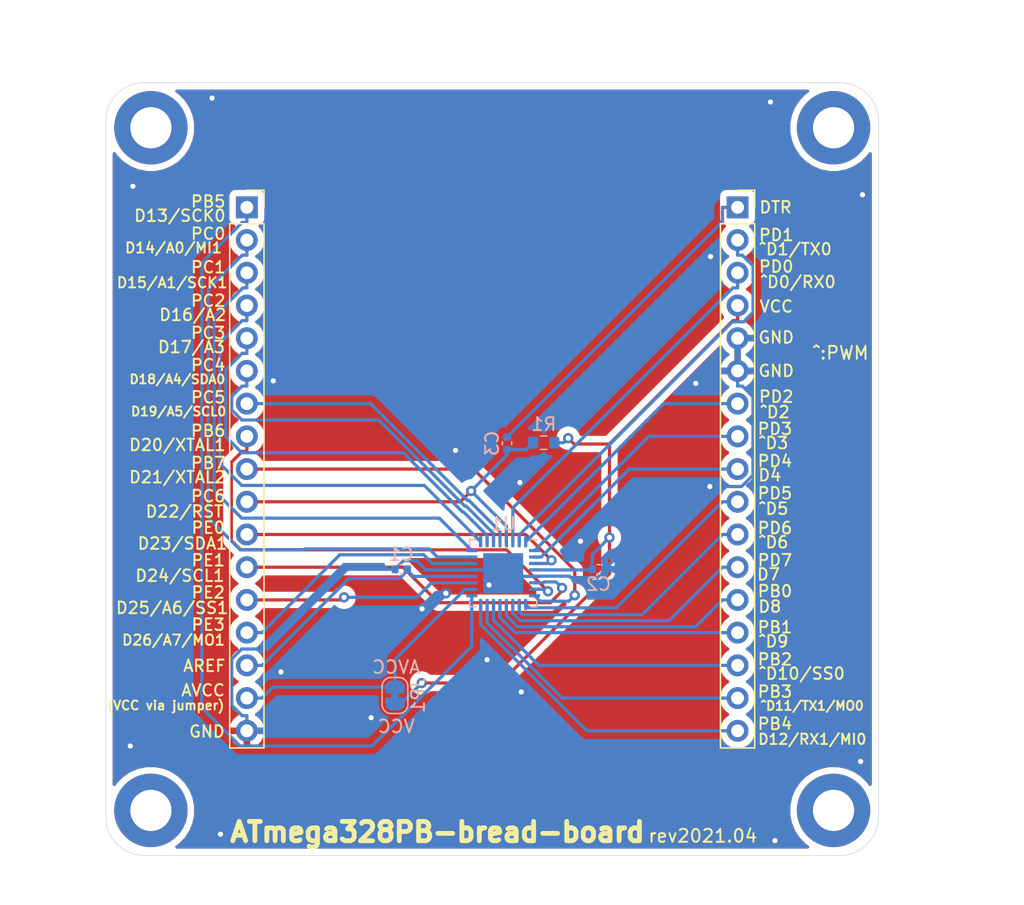
<source format=kicad_pcb>
(kicad_pcb (version 20171130) (host pcbnew 5.1.9-73d0e3b20d~88~ubuntu20.04.1)

  (general
    (thickness 1.6)
    (drawings 80)
    (tracks 257)
    (zones 0)
    (modules 12)
    (nets 33)
  )

  (page A4)
  (layers
    (0 F.Cu signal)
    (31 B.Cu signal)
    (32 B.Adhes user)
    (33 F.Adhes user)
    (34 B.Paste user)
    (35 F.Paste user)
    (36 B.SilkS user)
    (37 F.SilkS user)
    (38 B.Mask user)
    (39 F.Mask user)
    (40 Dwgs.User user)
    (41 Cmts.User user)
    (42 Eco1.User user)
    (43 Eco2.User user)
    (44 Edge.Cuts user)
    (45 Margin user)
    (46 B.CrtYd user)
    (47 F.CrtYd user)
    (48 B.Fab user)
    (49 F.Fab user)
  )

  (setup
    (last_trace_width 0.25)
    (trace_clearance 0.2)
    (zone_clearance 0.508)
    (zone_45_only no)
    (trace_min 0.2)
    (via_size 0.8)
    (via_drill 0.4)
    (via_min_size 0.4)
    (via_min_drill 0.3)
    (uvia_size 0.3)
    (uvia_drill 0.1)
    (uvias_allowed no)
    (uvia_min_size 0.2)
    (uvia_min_drill 0.1)
    (edge_width 0.05)
    (segment_width 0.2)
    (pcb_text_width 0.3)
    (pcb_text_size 1.5 1.5)
    (mod_edge_width 0.12)
    (mod_text_size 1 1)
    (mod_text_width 0.15)
    (pad_size 1.524 1.524)
    (pad_drill 0.762)
    (pad_to_mask_clearance 0.05)
    (aux_axis_origin 0 0)
    (visible_elements FFFFFF7F)
    (pcbplotparams
      (layerselection 0x010fc_ffffffff)
      (usegerberextensions false)
      (usegerberattributes true)
      (usegerberadvancedattributes true)
      (creategerberjobfile true)
      (excludeedgelayer true)
      (linewidth 0.100000)
      (plotframeref false)
      (viasonmask false)
      (mode 1)
      (useauxorigin false)
      (hpglpennumber 1)
      (hpglpenspeed 20)
      (hpglpendiameter 15.000000)
      (psnegative false)
      (psa4output false)
      (plotreference true)
      (plotvalue true)
      (plotinvisibletext false)
      (padsonsilk false)
      (subtractmaskfromsilk false)
      (outputformat 1)
      (mirror false)
      (drillshape 1)
      (scaleselection 1)
      (outputdirectory ""))
  )

  (net 0 "")
  (net 1 GND)
  (net 2 /aref)
  (net 3 VCC)
  (net 4 /pb4)
  (net 5 /pb3)
  (net 6 /pb2)
  (net 7 /pb1)
  (net 8 /pb0)
  (net 9 /pd7)
  (net 10 /pd6)
  (net 11 /pd5)
  (net 12 /pd4)
  (net 13 /pd3)
  (net 14 /pd2)
  (net 15 /pd1)
  (net 16 /pd0)
  (net 17 /pb6)
  (net 18 /pe3)
  (net 19 /pe2)
  (net 20 /pe1)
  (net 21 /pe0)
  (net 22 /pc6)
  (net 23 /pb7)
  (net 24 /pc5)
  (net 25 /pc4)
  (net 26 /pc3)
  (net 27 /pc2)
  (net 28 /pc1)
  (net 29 /pc0)
  (net 30 /pb5)
  (net 31 /avcc)
  (net 32 /DTR)

  (net_class Default "This is the default net class."
    (clearance 0.2)
    (trace_width 0.25)
    (via_dia 0.8)
    (via_drill 0.4)
    (uvia_dia 0.3)
    (uvia_drill 0.1)
    (add_net /DTR)
    (add_net /aref)
    (add_net /avcc)
    (add_net /pb0)
    (add_net /pb1)
    (add_net /pb2)
    (add_net /pb3)
    (add_net /pb4)
    (add_net /pb5)
    (add_net /pb6)
    (add_net /pb7)
    (add_net /pc0)
    (add_net /pc1)
    (add_net /pc2)
    (add_net /pc3)
    (add_net /pc4)
    (add_net /pc5)
    (add_net /pc6)
    (add_net /pd0)
    (add_net /pd1)
    (add_net /pd2)
    (add_net /pd3)
    (add_net /pd4)
    (add_net /pd5)
    (add_net /pd6)
    (add_net /pd7)
    (add_net /pe0)
    (add_net /pe1)
    (add_net /pe2)
    (add_net /pe3)
    (add_net GND)
    (add_net VCC)
  )

  (module Resistor_SMD:R_0603_1608Metric (layer B.Cu) (tedit 5F68FEEE) (tstamp 607462CE)
    (at 134 77.95 180)
    (descr "Resistor SMD 0603 (1608 Metric), square (rectangular) end terminal, IPC_7351 nominal, (Body size source: IPC-SM-782 page 72, https://www.pcb-3d.com/wordpress/wp-content/uploads/ipc-sm-782a_amendment_1_and_2.pdf), generated with kicad-footprint-generator")
    (tags resistor)
    (path /60746AC4)
    (attr smd)
    (fp_text reference R1 (at 0 1.43) (layer B.SilkS)
      (effects (font (size 1 1) (thickness 0.15)) (justify mirror))
    )
    (fp_text value 10k (at 0 -1.43) (layer B.Fab)
      (effects (font (size 1 1) (thickness 0.15)) (justify mirror))
    )
    (fp_line (start 1.48 -0.73) (end -1.48 -0.73) (layer B.CrtYd) (width 0.05))
    (fp_line (start 1.48 0.73) (end 1.48 -0.73) (layer B.CrtYd) (width 0.05))
    (fp_line (start -1.48 0.73) (end 1.48 0.73) (layer B.CrtYd) (width 0.05))
    (fp_line (start -1.48 -0.73) (end -1.48 0.73) (layer B.CrtYd) (width 0.05))
    (fp_line (start -0.237258 -0.5225) (end 0.237258 -0.5225) (layer B.SilkS) (width 0.12))
    (fp_line (start -0.237258 0.5225) (end 0.237258 0.5225) (layer B.SilkS) (width 0.12))
    (fp_line (start 0.8 -0.4125) (end -0.8 -0.4125) (layer B.Fab) (width 0.1))
    (fp_line (start 0.8 0.4125) (end 0.8 -0.4125) (layer B.Fab) (width 0.1))
    (fp_line (start -0.8 0.4125) (end 0.8 0.4125) (layer B.Fab) (width 0.1))
    (fp_line (start -0.8 -0.4125) (end -0.8 0.4125) (layer B.Fab) (width 0.1))
    (fp_text user %R (at 0 0) (layer B.Fab)
      (effects (font (size 0.4 0.4) (thickness 0.06)) (justify mirror))
    )
    (pad 2 smd roundrect (at 0.825 0 180) (size 0.8 0.95) (layers B.Cu B.Paste B.Mask) (roundrect_rratio 0.25)
      (net 22 /pc6))
    (pad 1 smd roundrect (at -0.825 0 180) (size 0.8 0.95) (layers B.Cu B.Paste B.Mask) (roundrect_rratio 0.25)
      (net 3 VCC))
    (model ${KISYS3DMOD}/Resistor_SMD.3dshapes/R_0603_1608Metric.wrl
      (at (xyz 0 0 0))
      (scale (xyz 1 1 1))
      (rotate (xyz 0 0 0))
    )
  )

  (module Capacitor_SMD:C_0402_1005Metric (layer B.Cu) (tedit 5F68FEEE) (tstamp 604E41FA)
    (at 131.15 78 270)
    (descr "Capacitor SMD 0402 (1005 Metric), square (rectangular) end terminal, IPC_7351 nominal, (Body size source: IPC-SM-782 page 76, https://www.pcb-3d.com/wordpress/wp-content/uploads/ipc-sm-782a_amendment_1_and_2.pdf), generated with kicad-footprint-generator")
    (tags capacitor)
    (path /604E4CAC)
    (attr smd)
    (fp_text reference C3 (at 0 1.16 90) (layer B.SilkS)
      (effects (font (size 1 1) (thickness 0.15)) (justify mirror))
    )
    (fp_text value 0.1uf (at 0 -1.16 90) (layer B.Fab)
      (effects (font (size 1 1) (thickness 0.15)) (justify mirror))
    )
    (fp_line (start -0.5 -0.25) (end -0.5 0.25) (layer B.Fab) (width 0.1))
    (fp_line (start -0.5 0.25) (end 0.5 0.25) (layer B.Fab) (width 0.1))
    (fp_line (start 0.5 0.25) (end 0.5 -0.25) (layer B.Fab) (width 0.1))
    (fp_line (start 0.5 -0.25) (end -0.5 -0.25) (layer B.Fab) (width 0.1))
    (fp_line (start -0.107836 0.36) (end 0.107836 0.36) (layer B.SilkS) (width 0.12))
    (fp_line (start -0.107836 -0.36) (end 0.107836 -0.36) (layer B.SilkS) (width 0.12))
    (fp_line (start -0.91 -0.46) (end -0.91 0.46) (layer B.CrtYd) (width 0.05))
    (fp_line (start -0.91 0.46) (end 0.91 0.46) (layer B.CrtYd) (width 0.05))
    (fp_line (start 0.91 0.46) (end 0.91 -0.46) (layer B.CrtYd) (width 0.05))
    (fp_line (start 0.91 -0.46) (end -0.91 -0.46) (layer B.CrtYd) (width 0.05))
    (fp_text user %R (at 0 0 90) (layer B.Fab)
      (effects (font (size 0.25 0.25) (thickness 0.04)) (justify mirror))
    )
    (pad 2 smd roundrect (at 0.48 0 270) (size 0.56 0.62) (layers B.Cu B.Paste B.Mask) (roundrect_rratio 0.25)
      (net 22 /pc6))
    (pad 1 smd roundrect (at -0.48 0 270) (size 0.56 0.62) (layers B.Cu B.Paste B.Mask) (roundrect_rratio 0.25)
      (net 32 /DTR))
    (model ${KISYS3DMOD}/Capacitor_SMD.3dshapes/C_0402_1005Metric.wrl
      (at (xyz 0 0 0))
      (scale (xyz 1 1 1))
      (rotate (xyz 0 0 0))
    )
  )

  (module Capacitor_SMD:C_0402_1005Metric (layer B.Cu) (tedit 5F68FEEE) (tstamp 5EEFC97C)
    (at 138.25 87.78)
    (descr "Capacitor SMD 0402 (1005 Metric), square (rectangular) end terminal, IPC_7351 nominal, (Body size source: IPC-SM-782 page 76, https://www.pcb-3d.com/wordpress/wp-content/uploads/ipc-sm-782a_amendment_1_and_2.pdf), generated with kicad-footprint-generator")
    (tags capacitor)
    (path /5EF038C7)
    (attr smd)
    (fp_text reference C2 (at 0 1.16) (layer B.SilkS)
      (effects (font (size 1 1) (thickness 0.15)) (justify mirror))
    )
    (fp_text value 0.1uf (at 0 -1.16) (layer B.Fab)
      (effects (font (size 1 1) (thickness 0.15)) (justify mirror))
    )
    (fp_line (start -0.5 -0.25) (end -0.5 0.25) (layer B.Fab) (width 0.1))
    (fp_line (start -0.5 0.25) (end 0.5 0.25) (layer B.Fab) (width 0.1))
    (fp_line (start 0.5 0.25) (end 0.5 -0.25) (layer B.Fab) (width 0.1))
    (fp_line (start 0.5 -0.25) (end -0.5 -0.25) (layer B.Fab) (width 0.1))
    (fp_line (start -0.107836 0.36) (end 0.107836 0.36) (layer B.SilkS) (width 0.12))
    (fp_line (start -0.107836 -0.36) (end 0.107836 -0.36) (layer B.SilkS) (width 0.12))
    (fp_line (start -0.91 -0.46) (end -0.91 0.46) (layer B.CrtYd) (width 0.05))
    (fp_line (start -0.91 0.46) (end 0.91 0.46) (layer B.CrtYd) (width 0.05))
    (fp_line (start 0.91 0.46) (end 0.91 -0.46) (layer B.CrtYd) (width 0.05))
    (fp_line (start 0.91 -0.46) (end -0.91 -0.46) (layer B.CrtYd) (width 0.05))
    (fp_text user %R (at 0 0) (layer B.Fab)
      (effects (font (size 0.25 0.25) (thickness 0.04)) (justify mirror))
    )
    (pad 2 smd roundrect (at 0.48 0) (size 0.56 0.62) (layers B.Cu B.Paste B.Mask) (roundrect_rratio 0.25)
      (net 1 GND))
    (pad 1 smd roundrect (at -0.48 0) (size 0.56 0.62) (layers B.Cu B.Paste B.Mask) (roundrect_rratio 0.25)
      (net 3 VCC))
    (model ${KISYS3DMOD}/Capacitor_SMD.3dshapes/C_0402_1005Metric.wrl
      (at (xyz 0 0 0))
      (scale (xyz 1 1 1))
      (rotate (xyz 0 0 0))
    )
  )

  (module Capacitor_SMD:C_0402_1005Metric (layer B.Cu) (tedit 5F68FEEE) (tstamp 5EEFC96B)
    (at 122.938 87.78 180)
    (descr "Capacitor SMD 0402 (1005 Metric), square (rectangular) end terminal, IPC_7351 nominal, (Body size source: IPC-SM-782 page 76, https://www.pcb-3d.com/wordpress/wp-content/uploads/ipc-sm-782a_amendment_1_and_2.pdf), generated with kicad-footprint-generator")
    (tags capacitor)
    (path /5EEFE1E4)
    (attr smd)
    (fp_text reference C1 (at 0 1.16) (layer B.SilkS)
      (effects (font (size 1 1) (thickness 0.15)) (justify mirror))
    )
    (fp_text value 0.1uf (at 0 -1.16) (layer B.Fab)
      (effects (font (size 1 1) (thickness 0.15)) (justify mirror))
    )
    (fp_line (start -0.5 -0.25) (end -0.5 0.25) (layer B.Fab) (width 0.1))
    (fp_line (start -0.5 0.25) (end 0.5 0.25) (layer B.Fab) (width 0.1))
    (fp_line (start 0.5 0.25) (end 0.5 -0.25) (layer B.Fab) (width 0.1))
    (fp_line (start 0.5 -0.25) (end -0.5 -0.25) (layer B.Fab) (width 0.1))
    (fp_line (start -0.107836 0.36) (end 0.107836 0.36) (layer B.SilkS) (width 0.12))
    (fp_line (start -0.107836 -0.36) (end 0.107836 -0.36) (layer B.SilkS) (width 0.12))
    (fp_line (start -0.91 -0.46) (end -0.91 0.46) (layer B.CrtYd) (width 0.05))
    (fp_line (start -0.91 0.46) (end 0.91 0.46) (layer B.CrtYd) (width 0.05))
    (fp_line (start 0.91 0.46) (end 0.91 -0.46) (layer B.CrtYd) (width 0.05))
    (fp_line (start 0.91 -0.46) (end -0.91 -0.46) (layer B.CrtYd) (width 0.05))
    (fp_text user %R (at 0 0) (layer B.Fab)
      (effects (font (size 0.25 0.25) (thickness 0.04)) (justify mirror))
    )
    (pad 2 smd roundrect (at 0.48 0 180) (size 0.56 0.62) (layers B.Cu B.Paste B.Mask) (roundrect_rratio 0.25)
      (net 1 GND))
    (pad 1 smd roundrect (at -0.48 0 180) (size 0.56 0.62) (layers B.Cu B.Paste B.Mask) (roundrect_rratio 0.25)
      (net 2 /aref))
    (model ${KISYS3DMOD}/Capacitor_SMD.3dshapes/C_0402_1005Metric.wrl
      (at (xyz 0 0 0))
      (scale (xyz 1 1 1))
      (rotate (xyz 0 0 0))
    )
  )

  (module MountingHole:MountingHole_3.2mm_M3_ISO7380_Pad (layer F.Cu) (tedit 56D1B4CB) (tstamp 5EF0C650)
    (at 103.5 53.5)
    (descr "Mounting Hole 3.2mm, M3, ISO7380")
    (tags "mounting hole 3.2mm m3 iso7380")
    (attr virtual)
    (fp_text reference REF4 (at 0 -3.85) (layer F.SilkS) hide
      (effects (font (size 1 1) (thickness 0.15)))
    )
    (fp_text value MountingHole_3.2mm_M3_ISO7380_Pad (at 0 3.85) (layer F.Fab) hide
      (effects (font (size 1 1) (thickness 0.15)))
    )
    (fp_circle (center 0 0) (end 3.1 0) (layer F.CrtYd) (width 0.05))
    (fp_circle (center 0 0) (end 2.85 0) (layer Cmts.User) (width 0.15))
    (fp_text user %R (at 0.3 0) (layer F.Fab)
      (effects (font (size 1 1) (thickness 0.15)))
    )
    (pad 1 thru_hole circle (at 0 0) (size 5.7 5.7) (drill 3.2) (layers *.Cu *.Mask))
  )

  (module MountingHole:MountingHole_3.2mm_M3_ISO7380_Pad (layer F.Cu) (tedit 56D1B4CB) (tstamp 5EF0C650)
    (at 156.5 53.5)
    (descr "Mounting Hole 3.2mm, M3, ISO7380")
    (tags "mounting hole 3.2mm m3 iso7380")
    (attr virtual)
    (fp_text reference REF3 (at 0 -3.85) (layer F.SilkS) hide
      (effects (font (size 1 1) (thickness 0.15)))
    )
    (fp_text value MountingHole_3.2mm_M3_ISO7380_Pad (at 0 3.85) (layer F.Fab) hide
      (effects (font (size 1 1) (thickness 0.15)))
    )
    (fp_circle (center 0 0) (end 2.85 0) (layer Cmts.User) (width 0.15))
    (fp_circle (center 0 0) (end 3.1 0) (layer F.CrtYd) (width 0.05))
    (fp_text user %R (at 0.3 0) (layer F.Fab)
      (effects (font (size 1 1) (thickness 0.15)))
    )
    (pad 1 thru_hole circle (at 0 0) (size 5.7 5.7) (drill 3.2) (layers *.Cu *.Mask))
  )

  (module MountingHole:MountingHole_3.2mm_M3_ISO7380_Pad (layer F.Cu) (tedit 56D1B4CB) (tstamp 5EF0C650)
    (at 156.5 106.5)
    (descr "Mounting Hole 3.2mm, M3, ISO7380")
    (tags "mounting hole 3.2mm m3 iso7380")
    (attr virtual)
    (fp_text reference REF2 (at 0 -3.85) (layer F.SilkS) hide
      (effects (font (size 1 1) (thickness 0.15)))
    )
    (fp_text value MountingHole_3.2mm_M3_ISO7380_Pad (at 0 3.85) (layer F.Fab)
      (effects (font (size 1 1) (thickness 0.15)))
    )
    (fp_circle (center 0 0) (end 2.85 0) (layer Cmts.User) (width 0.15))
    (fp_circle (center 0 0) (end 3.1 0) (layer F.CrtYd) (width 0.05))
    (fp_text user %R (at 0.3 0) (layer F.Fab)
      (effects (font (size 1 1) (thickness 0.15)))
    )
    (pad 1 thru_hole circle (at 0 0) (size 5.7 5.7) (drill 3.2) (layers *.Cu *.Mask))
  )

  (module MountingHole:MountingHole_3.2mm_M3_ISO7380_Pad (layer F.Cu) (tedit 56D1B4CB) (tstamp 5EF0C636)
    (at 103.5 106.5)
    (descr "Mounting Hole 3.2mm, M3, ISO7380")
    (tags "mounting hole 3.2mm m3 iso7380")
    (attr virtual)
    (fp_text reference REF1 (at 0 -3.85) (layer F.SilkS) hide
      (effects (font (size 1 1) (thickness 0.15)))
    )
    (fp_text value MountingHole_3.2mm_M3_ISO7380_Pad (at 0 3.85) (layer F.Fab) hide
      (effects (font (size 1 1) (thickness 0.15)))
    )
    (fp_circle (center 0 0) (end 2.85 0) (layer Cmts.User) (width 0.15))
    (fp_circle (center 0 0) (end 3.1 0) (layer F.CrtYd) (width 0.05))
    (fp_text user %R (at 0.3 0) (layer F.Fab)
      (effects (font (size 1 1) (thickness 0.15)))
    )
    (pad 1 thru_hole circle (at 0 0) (size 5.7 5.7) (drill 3.2) (layers *.Cu *.Mask))
  )

  (module Package_DFN_QFN:QFN-32-1EP_5x5mm_P0.5mm_EP3.1x3.1mm (layer B.Cu) (tedit 5DC5F6A4) (tstamp 5EEFCFE5)
    (at 130.85 88.08 180)
    (descr "QFN, 32 Pin (http://ww1.microchip.com/downloads/en/DeviceDoc/8008S.pdf#page=20), generated with kicad-footprint-generator ipc_noLead_generator.py")
    (tags "QFN NoLead")
    (path /5EF5772F)
    (attr smd)
    (fp_text reference U1 (at 0 3.82) (layer B.SilkS)
      (effects (font (size 1 1) (thickness 0.15)) (justify mirror))
    )
    (fp_text value ATmega328PB-MU (at 0 -3.82) (layer B.Fab)
      (effects (font (size 1 1) (thickness 0.15)) (justify mirror))
    )
    (fp_line (start 2.135 2.61) (end 2.61 2.61) (layer B.SilkS) (width 0.12))
    (fp_line (start 2.61 2.61) (end 2.61 2.135) (layer B.SilkS) (width 0.12))
    (fp_line (start -2.135 -2.61) (end -2.61 -2.61) (layer B.SilkS) (width 0.12))
    (fp_line (start -2.61 -2.61) (end -2.61 -2.135) (layer B.SilkS) (width 0.12))
    (fp_line (start 2.135 -2.61) (end 2.61 -2.61) (layer B.SilkS) (width 0.12))
    (fp_line (start 2.61 -2.61) (end 2.61 -2.135) (layer B.SilkS) (width 0.12))
    (fp_line (start -2.135 2.61) (end -2.61 2.61) (layer B.SilkS) (width 0.12))
    (fp_line (start -1.5 2.5) (end 2.5 2.5) (layer B.Fab) (width 0.1))
    (fp_line (start 2.5 2.5) (end 2.5 -2.5) (layer B.Fab) (width 0.1))
    (fp_line (start 2.5 -2.5) (end -2.5 -2.5) (layer B.Fab) (width 0.1))
    (fp_line (start -2.5 -2.5) (end -2.5 1.5) (layer B.Fab) (width 0.1))
    (fp_line (start -2.5 1.5) (end -1.5 2.5) (layer B.Fab) (width 0.1))
    (fp_line (start -3.12 3.12) (end -3.12 -3.12) (layer B.CrtYd) (width 0.05))
    (fp_line (start -3.12 -3.12) (end 3.12 -3.12) (layer B.CrtYd) (width 0.05))
    (fp_line (start 3.12 -3.12) (end 3.12 3.12) (layer B.CrtYd) (width 0.05))
    (fp_line (start 3.12 3.12) (end -3.12 3.12) (layer B.CrtYd) (width 0.05))
    (fp_text user %R (at 0 0) (layer B.Fab)
      (effects (font (size 1 1) (thickness 0.15)) (justify mirror))
    )
    (pad "" smd roundrect (at 1.03 -1.03 180) (size 0.83 0.83) (layers B.Paste) (roundrect_rratio 0.25))
    (pad "" smd roundrect (at 1.03 0 180) (size 0.83 0.83) (layers B.Paste) (roundrect_rratio 0.25))
    (pad "" smd roundrect (at 1.03 1.03 180) (size 0.83 0.83) (layers B.Paste) (roundrect_rratio 0.25))
    (pad "" smd roundrect (at 0 -1.03 180) (size 0.83 0.83) (layers B.Paste) (roundrect_rratio 0.25))
    (pad "" smd roundrect (at 0 0 180) (size 0.83 0.83) (layers B.Paste) (roundrect_rratio 0.25))
    (pad "" smd roundrect (at 0 1.03 180) (size 0.83 0.83) (layers B.Paste) (roundrect_rratio 0.25))
    (pad "" smd roundrect (at -1.03 -1.03 180) (size 0.83 0.83) (layers B.Paste) (roundrect_rratio 0.25))
    (pad "" smd roundrect (at -1.03 0 180) (size 0.83 0.83) (layers B.Paste) (roundrect_rratio 0.25))
    (pad "" smd roundrect (at -1.03 1.03 180) (size 0.83 0.83) (layers B.Paste) (roundrect_rratio 0.25))
    (pad 33 smd rect (at 0 0 180) (size 3.1 3.1) (layers B.Cu B.Mask)
      (net 1 GND))
    (pad 32 smd roundrect (at -1.75 2.4375 180) (size 0.25 0.875) (layers B.Cu B.Paste B.Mask) (roundrect_rratio 0.25)
      (net 14 /pd2))
    (pad 31 smd roundrect (at -1.25 2.4375 180) (size 0.25 0.875) (layers B.Cu B.Paste B.Mask) (roundrect_rratio 0.25)
      (net 15 /pd1))
    (pad 30 smd roundrect (at -0.75 2.4375 180) (size 0.25 0.875) (layers B.Cu B.Paste B.Mask) (roundrect_rratio 0.25)
      (net 16 /pd0))
    (pad 29 smd roundrect (at -0.25 2.4375 180) (size 0.25 0.875) (layers B.Cu B.Paste B.Mask) (roundrect_rratio 0.25)
      (net 22 /pc6))
    (pad 28 smd roundrect (at 0.25 2.4375 180) (size 0.25 0.875) (layers B.Cu B.Paste B.Mask) (roundrect_rratio 0.25)
      (net 24 /pc5))
    (pad 27 smd roundrect (at 0.75 2.4375 180) (size 0.25 0.875) (layers B.Cu B.Paste B.Mask) (roundrect_rratio 0.25)
      (net 25 /pc4))
    (pad 26 smd roundrect (at 1.25 2.4375 180) (size 0.25 0.875) (layers B.Cu B.Paste B.Mask) (roundrect_rratio 0.25)
      (net 26 /pc3))
    (pad 25 smd roundrect (at 1.75 2.4375 180) (size 0.25 0.875) (layers B.Cu B.Paste B.Mask) (roundrect_rratio 0.25)
      (net 27 /pc2))
    (pad 24 smd roundrect (at 2.4375 1.75 180) (size 0.875 0.25) (layers B.Cu B.Paste B.Mask) (roundrect_rratio 0.25)
      (net 28 /pc1))
    (pad 23 smd roundrect (at 2.4375 1.25 180) (size 0.875 0.25) (layers B.Cu B.Paste B.Mask) (roundrect_rratio 0.25)
      (net 29 /pc0))
    (pad 22 smd roundrect (at 2.4375 0.75 180) (size 0.875 0.25) (layers B.Cu B.Paste B.Mask) (roundrect_rratio 0.25)
      (net 18 /pe3))
    (pad 21 smd roundrect (at 2.4375 0.25 180) (size 0.875 0.25) (layers B.Cu B.Paste B.Mask) (roundrect_rratio 0.25)
      (net 1 GND))
    (pad 20 smd roundrect (at 2.4375 -0.25 180) (size 0.875 0.25) (layers B.Cu B.Paste B.Mask) (roundrect_rratio 0.25)
      (net 2 /aref))
    (pad 19 smd roundrect (at 2.4375 -0.75 180) (size 0.875 0.25) (layers B.Cu B.Paste B.Mask) (roundrect_rratio 0.25)
      (net 19 /pe2))
    (pad 18 smd roundrect (at 2.4375 -1.25 180) (size 0.875 0.25) (layers B.Cu B.Paste B.Mask) (roundrect_rratio 0.25)
      (net 31 /avcc))
    (pad 17 smd roundrect (at 2.4375 -1.75 180) (size 0.875 0.25) (layers B.Cu B.Paste B.Mask) (roundrect_rratio 0.25)
      (net 30 /pb5))
    (pad 16 smd roundrect (at 1.75 -2.4375 180) (size 0.25 0.875) (layers B.Cu B.Paste B.Mask) (roundrect_rratio 0.25)
      (net 4 /pb4))
    (pad 15 smd roundrect (at 1.25 -2.4375 180) (size 0.25 0.875) (layers B.Cu B.Paste B.Mask) (roundrect_rratio 0.25)
      (net 5 /pb3))
    (pad 14 smd roundrect (at 0.75 -2.4375 180) (size 0.25 0.875) (layers B.Cu B.Paste B.Mask) (roundrect_rratio 0.25)
      (net 6 /pb2))
    (pad 13 smd roundrect (at 0.25 -2.4375 180) (size 0.25 0.875) (layers B.Cu B.Paste B.Mask) (roundrect_rratio 0.25)
      (net 7 /pb1))
    (pad 12 smd roundrect (at -0.25 -2.4375 180) (size 0.25 0.875) (layers B.Cu B.Paste B.Mask) (roundrect_rratio 0.25)
      (net 8 /pb0))
    (pad 11 smd roundrect (at -0.75 -2.4375 180) (size 0.25 0.875) (layers B.Cu B.Paste B.Mask) (roundrect_rratio 0.25)
      (net 9 /pd7))
    (pad 10 smd roundrect (at -1.25 -2.4375 180) (size 0.25 0.875) (layers B.Cu B.Paste B.Mask) (roundrect_rratio 0.25)
      (net 10 /pd6))
    (pad 9 smd roundrect (at -1.75 -2.4375 180) (size 0.25 0.875) (layers B.Cu B.Paste B.Mask) (roundrect_rratio 0.25)
      (net 11 /pd5))
    (pad 8 smd roundrect (at -2.4375 -1.75 180) (size 0.875 0.25) (layers B.Cu B.Paste B.Mask) (roundrect_rratio 0.25)
      (net 23 /pb7))
    (pad 7 smd roundrect (at -2.4375 -1.25 180) (size 0.875 0.25) (layers B.Cu B.Paste B.Mask) (roundrect_rratio 0.25)
      (net 17 /pb6))
    (pad 6 smd roundrect (at -2.4375 -0.75 180) (size 0.875 0.25) (layers B.Cu B.Paste B.Mask) (roundrect_rratio 0.25)
      (net 20 /pe1))
    (pad 5 smd roundrect (at -2.4375 -0.25 180) (size 0.875 0.25) (layers B.Cu B.Paste B.Mask) (roundrect_rratio 0.25)
      (net 1 GND))
    (pad 4 smd roundrect (at -2.4375 0.25 180) (size 0.875 0.25) (layers B.Cu B.Paste B.Mask) (roundrect_rratio 0.25)
      (net 3 VCC))
    (pad 3 smd roundrect (at -2.4375 0.75 180) (size 0.875 0.25) (layers B.Cu B.Paste B.Mask) (roundrect_rratio 0.25)
      (net 21 /pe0))
    (pad 2 smd roundrect (at -2.4375 1.25 180) (size 0.875 0.25) (layers B.Cu B.Paste B.Mask) (roundrect_rratio 0.25)
      (net 12 /pd4))
    (pad 1 smd roundrect (at -2.4375 1.75 180) (size 0.875 0.25) (layers B.Cu B.Paste B.Mask) (roundrect_rratio 0.25)
      (net 13 /pd3))
    (model ${KISYS3DMOD}/Package_DFN_QFN.3dshapes/QFN-32-1EP_5x5mm_P0.5mm_EP3.1x3.1mm.wrl
      (at (xyz 0 0 0))
      (scale (xyz 1 1 1))
      (rotate (xyz 0 0 0))
    )
  )

  (module Jumper:SolderJumper-2_P1.3mm_Bridged_RoundedPad1.0x1.5mm (layer B.Cu) (tedit 5C745284) (tstamp 5EEFC9D9)
    (at 122.45 97.58 90)
    (descr "SMD Solder Jumper, 1x1.5mm, rounded Pads, 0.3mm gap, bridged with 1 copper strip")
    (tags "solder jumper open")
    (path /5EF1D9B3)
    (attr virtual)
    (fp_text reference JP1 (at 0 1.8 90) (layer B.SilkS)
      (effects (font (size 1 1) (thickness 0.15)) (justify mirror))
    )
    (fp_text value NC (at 0 -1.9 90) (layer B.Fab)
      (effects (font (size 1 1) (thickness 0.15)) (justify mirror))
    )
    (fp_line (start -1.4 -0.3) (end -1.4 0.3) (layer B.SilkS) (width 0.12))
    (fp_line (start 0.7 -1) (end -0.7 -1) (layer B.SilkS) (width 0.12))
    (fp_line (start 1.4 0.3) (end 1.4 -0.3) (layer B.SilkS) (width 0.12))
    (fp_line (start -0.7 1) (end 0.7 1) (layer B.SilkS) (width 0.12))
    (fp_line (start -1.65 1.25) (end 1.65 1.25) (layer B.CrtYd) (width 0.05))
    (fp_line (start -1.65 1.25) (end -1.65 -1.25) (layer B.CrtYd) (width 0.05))
    (fp_line (start 1.65 -1.25) (end 1.65 1.25) (layer B.CrtYd) (width 0.05))
    (fp_line (start 1.65 -1.25) (end -1.65 -1.25) (layer B.CrtYd) (width 0.05))
    (fp_poly (pts (xy 0.25 0.3) (xy -0.25 0.3) (xy -0.25 -0.3) (xy 0.25 -0.3)) (layer B.Cu) (width 0))
    (fp_arc (start -0.7 0.3) (end -0.7 1) (angle 90) (layer B.SilkS) (width 0.12))
    (fp_arc (start -0.7 -0.3) (end -1.4 -0.3) (angle 90) (layer B.SilkS) (width 0.12))
    (fp_arc (start 0.7 -0.3) (end 0.7 -1) (angle 90) (layer B.SilkS) (width 0.12))
    (fp_arc (start 0.7 0.3) (end 1.4 0.3) (angle 90) (layer B.SilkS) (width 0.12))
    (pad 1 smd custom (at -0.65 0 90) (size 1 0.5) (layers B.Cu B.Mask)
      (net 3 VCC) (zone_connect 2)
      (options (clearance outline) (anchor rect))
      (primitives
        (gr_circle (center 0 -0.25) (end 0.5 -0.25) (width 0))
        (gr_circle (center 0 0.25) (end 0.5 0.25) (width 0))
        (gr_poly (pts
           (xy 0 0.75) (xy 0.5 0.75) (xy 0.5 -0.75) (xy 0 -0.75)) (width 0))
      ))
    (pad 2 smd custom (at 0.65 0 90) (size 1 0.5) (layers B.Cu B.Mask)
      (net 31 /avcc) (zone_connect 2)
      (options (clearance outline) (anchor rect))
      (primitives
        (gr_circle (center 0 -0.25) (end 0.5 -0.25) (width 0))
        (gr_circle (center 0 0.25) (end 0.5 0.25) (width 0))
        (gr_poly (pts
           (xy 0 0.75) (xy -0.5 0.75) (xy -0.5 -0.75) (xy 0 -0.75)) (width 0))
      ))
  )

  (module Connector_PinSocket_2.54mm:PinSocket_1x17_P2.54mm_Vertical (layer F.Cu) (tedit 5A19A42B) (tstamp 5EEFC9C6)
    (at 110.95 59.68)
    (descr "Through hole straight socket strip, 1x17, 2.54mm pitch, single row (from Kicad 4.0.7), script generated")
    (tags "Through hole socket strip THT 1x17 2.54mm single row")
    (path /5EF241A6)
    (fp_text reference J2 (at 0 -2.77) (layer F.SilkS) hide
      (effects (font (size 1 1) (thickness 0.15)))
    )
    (fp_text value Conn_01x17 (at 0 43.41) (layer F.Fab)
      (effects (font (size 1 1) (thickness 0.15)))
    )
    (fp_line (start -1.8 42.4) (end -1.8 -1.8) (layer F.CrtYd) (width 0.05))
    (fp_line (start 1.75 42.4) (end -1.8 42.4) (layer F.CrtYd) (width 0.05))
    (fp_line (start 1.75 -1.8) (end 1.75 42.4) (layer F.CrtYd) (width 0.05))
    (fp_line (start -1.8 -1.8) (end 1.75 -1.8) (layer F.CrtYd) (width 0.05))
    (fp_line (start 0 -1.33) (end 1.33 -1.33) (layer F.SilkS) (width 0.12))
    (fp_line (start 1.33 -1.33) (end 1.33 0) (layer F.SilkS) (width 0.12))
    (fp_line (start 1.33 1.27) (end 1.33 41.97) (layer F.SilkS) (width 0.12))
    (fp_line (start -1.33 41.97) (end 1.33 41.97) (layer F.SilkS) (width 0.12))
    (fp_line (start -1.33 1.27) (end -1.33 41.97) (layer F.SilkS) (width 0.12))
    (fp_line (start -1.33 1.27) (end 1.33 1.27) (layer F.SilkS) (width 0.12))
    (fp_line (start -1.27 41.91) (end -1.27 -1.27) (layer F.Fab) (width 0.1))
    (fp_line (start 1.27 41.91) (end -1.27 41.91) (layer F.Fab) (width 0.1))
    (fp_line (start 1.27 -0.635) (end 1.27 41.91) (layer F.Fab) (width 0.1))
    (fp_line (start 0.635 -1.27) (end 1.27 -0.635) (layer F.Fab) (width 0.1))
    (fp_line (start -1.27 -1.27) (end 0.635 -1.27) (layer F.Fab) (width 0.1))
    (fp_text user %R (at 0 20.32 90) (layer F.Fab)
      (effects (font (size 1 1) (thickness 0.15)))
    )
    (pad 1 thru_hole rect (at 0 0) (size 1.7 1.7) (drill 1) (layers *.Cu *.Mask)
      (net 30 /pb5))
    (pad 2 thru_hole oval (at 0 2.54) (size 1.7 1.7) (drill 1) (layers *.Cu *.Mask)
      (net 29 /pc0))
    (pad 3 thru_hole oval (at 0 5.08) (size 1.7 1.7) (drill 1) (layers *.Cu *.Mask)
      (net 28 /pc1))
    (pad 4 thru_hole oval (at 0 7.62) (size 1.7 1.7) (drill 1) (layers *.Cu *.Mask)
      (net 27 /pc2))
    (pad 5 thru_hole oval (at 0 10.16) (size 1.7 1.7) (drill 1) (layers *.Cu *.Mask)
      (net 26 /pc3))
    (pad 6 thru_hole oval (at 0 12.7) (size 1.7 1.7) (drill 1) (layers *.Cu *.Mask)
      (net 25 /pc4))
    (pad 7 thru_hole oval (at 0 15.24) (size 1.7 1.7) (drill 1) (layers *.Cu *.Mask)
      (net 24 /pc5))
    (pad 8 thru_hole oval (at 0 17.78) (size 1.7 1.7) (drill 1) (layers *.Cu *.Mask)
      (net 17 /pb6))
    (pad 9 thru_hole oval (at 0 20.32) (size 1.7 1.7) (drill 1) (layers *.Cu *.Mask)
      (net 23 /pb7))
    (pad 10 thru_hole oval (at 0 22.86) (size 1.7 1.7) (drill 1) (layers *.Cu *.Mask)
      (net 22 /pc6))
    (pad 11 thru_hole oval (at 0 25.4) (size 1.7 1.7) (drill 1) (layers *.Cu *.Mask)
      (net 21 /pe0))
    (pad 12 thru_hole oval (at 0 27.94) (size 1.7 1.7) (drill 1) (layers *.Cu *.Mask)
      (net 20 /pe1))
    (pad 13 thru_hole oval (at 0 30.48) (size 1.7 1.7) (drill 1) (layers *.Cu *.Mask)
      (net 19 /pe2))
    (pad 14 thru_hole oval (at 0 33.02) (size 1.7 1.7) (drill 1) (layers *.Cu *.Mask)
      (net 18 /pe3))
    (pad 15 thru_hole oval (at 0 35.56) (size 1.7 1.7) (drill 1) (layers *.Cu *.Mask)
      (net 2 /aref))
    (pad 16 thru_hole oval (at 0 38.1) (size 1.7 1.7) (drill 1) (layers *.Cu *.Mask)
      (net 31 /avcc))
    (pad 17 thru_hole oval (at 0 40.64) (size 1.7 1.7) (drill 1) (layers *.Cu *.Mask)
      (net 1 GND))
    (model ${KISYS3DMOD}/Connector_PinSocket_2.54mm.3dshapes/PinSocket_1x17_P2.54mm_Vertical.wrl
      (at (xyz 0 0 0))
      (scale (xyz 1 1 1))
      (rotate (xyz 0 0 0))
    )
  )

  (module Connector_PinSocket_2.54mm:PinSocket_1x17_P2.54mm_Vertical (layer F.Cu) (tedit 5A19A42B) (tstamp 5EEFC9A1)
    (at 149.05 59.68)
    (descr "Through hole straight socket strip, 1x17, 2.54mm pitch, single row (from Kicad 4.0.7), script generated")
    (tags "Through hole socket strip THT 1x17 2.54mm single row")
    (path /5EF236D3)
    (fp_text reference J1 (at 0 -2.77) (layer F.SilkS) hide
      (effects (font (size 1 1) (thickness 0.15)))
    )
    (fp_text value Conn_01x17 (at 0 43.41) (layer F.Fab)
      (effects (font (size 1 1) (thickness 0.15)))
    )
    (fp_line (start -1.8 42.4) (end -1.8 -1.8) (layer F.CrtYd) (width 0.05))
    (fp_line (start 1.75 42.4) (end -1.8 42.4) (layer F.CrtYd) (width 0.05))
    (fp_line (start 1.75 -1.8) (end 1.75 42.4) (layer F.CrtYd) (width 0.05))
    (fp_line (start -1.8 -1.8) (end 1.75 -1.8) (layer F.CrtYd) (width 0.05))
    (fp_line (start 0 -1.33) (end 1.33 -1.33) (layer F.SilkS) (width 0.12))
    (fp_line (start 1.33 -1.33) (end 1.33 0) (layer F.SilkS) (width 0.12))
    (fp_line (start 1.33 1.27) (end 1.33 41.97) (layer F.SilkS) (width 0.12))
    (fp_line (start -1.33 41.97) (end 1.33 41.97) (layer F.SilkS) (width 0.12))
    (fp_line (start -1.33 1.27) (end -1.33 41.97) (layer F.SilkS) (width 0.12))
    (fp_line (start -1.33 1.27) (end 1.33 1.27) (layer F.SilkS) (width 0.12))
    (fp_line (start -1.27 41.91) (end -1.27 -1.27) (layer F.Fab) (width 0.1))
    (fp_line (start 1.27 41.91) (end -1.27 41.91) (layer F.Fab) (width 0.1))
    (fp_line (start 1.27 -0.635) (end 1.27 41.91) (layer F.Fab) (width 0.1))
    (fp_line (start 0.635 -1.27) (end 1.27 -0.635) (layer F.Fab) (width 0.1))
    (fp_line (start -1.27 -1.27) (end 0.635 -1.27) (layer F.Fab) (width 0.1))
    (fp_text user %R (at 0 20.32 90) (layer F.Fab)
      (effects (font (size 1 1) (thickness 0.15)))
    )
    (pad 1 thru_hole rect (at 0 0) (size 1.7 1.7) (drill 1) (layers *.Cu *.Mask)
      (net 32 /DTR))
    (pad 2 thru_hole oval (at 0 2.54) (size 1.7 1.7) (drill 1) (layers *.Cu *.Mask)
      (net 15 /pd1))
    (pad 3 thru_hole oval (at 0 5.08) (size 1.7 1.7) (drill 1) (layers *.Cu *.Mask)
      (net 16 /pd0))
    (pad 4 thru_hole oval (at 0 7.62) (size 1.7 1.7) (drill 1) (layers *.Cu *.Mask)
      (net 3 VCC))
    (pad 5 thru_hole oval (at 0 10.16) (size 1.7 1.7) (drill 1) (layers *.Cu *.Mask)
      (net 1 GND))
    (pad 6 thru_hole oval (at 0 12.7) (size 1.7 1.7) (drill 1) (layers *.Cu *.Mask)
      (net 1 GND))
    (pad 7 thru_hole oval (at 0 15.24) (size 1.7 1.7) (drill 1) (layers *.Cu *.Mask)
      (net 14 /pd2))
    (pad 8 thru_hole oval (at 0 17.78) (size 1.7 1.7) (drill 1) (layers *.Cu *.Mask)
      (net 13 /pd3))
    (pad 9 thru_hole oval (at 0 20.32) (size 1.7 1.7) (drill 1) (layers *.Cu *.Mask)
      (net 12 /pd4))
    (pad 10 thru_hole oval (at 0 22.86) (size 1.7 1.7) (drill 1) (layers *.Cu *.Mask)
      (net 11 /pd5))
    (pad 11 thru_hole oval (at 0 25.4) (size 1.7 1.7) (drill 1) (layers *.Cu *.Mask)
      (net 10 /pd6))
    (pad 12 thru_hole oval (at 0 27.94) (size 1.7 1.7) (drill 1) (layers *.Cu *.Mask)
      (net 9 /pd7))
    (pad 13 thru_hole oval (at 0 30.48) (size 1.7 1.7) (drill 1) (layers *.Cu *.Mask)
      (net 8 /pb0))
    (pad 14 thru_hole oval (at 0 33.02) (size 1.7 1.7) (drill 1) (layers *.Cu *.Mask)
      (net 7 /pb1))
    (pad 15 thru_hole oval (at 0 35.56) (size 1.7 1.7) (drill 1) (layers *.Cu *.Mask)
      (net 6 /pb2))
    (pad 16 thru_hole oval (at 0 38.1) (size 1.7 1.7) (drill 1) (layers *.Cu *.Mask)
      (net 5 /pb3))
    (pad 17 thru_hole oval (at 0 40.64) (size 1.7 1.7) (drill 1) (layers *.Cu *.Mask)
      (net 4 /pb4))
    (model ${KISYS3DMOD}/Connector_PinSocket_2.54mm.3dshapes/PinSocket_1x17_P2.54mm_Vertical.wrl
      (at (xyz 0 0 0))
      (scale (xyz 1 1 1))
      (rotate (xyz 0 0 0))
    )
  )

  (gr_line (start 121.8 97.6) (end 123.1 97.6) (layer B.Mask) (width 0.3))
  (dimension 60 (width 0.15) (layer Dwgs.User)
    (gr_text "60.000 mm" (at 165.15 80 270) (layer Dwgs.User)
      (effects (font (size 1 1) (thickness 0.15)))
    )
    (feature1 (pts (xy 157 110) (xy 164.436421 110)))
    (feature2 (pts (xy 157 50) (xy 164.436421 50)))
    (crossbar (pts (xy 163.85 50) (xy 163.85 110)))
    (arrow1a (pts (xy 163.85 110) (xy 163.263579 108.873496)))
    (arrow1b (pts (xy 163.85 110) (xy 164.436421 108.873496)))
    (arrow2a (pts (xy 163.85 50) (xy 163.263579 51.126504)))
    (arrow2b (pts (xy 163.85 50) (xy 164.436421 51.126504)))
  )
  (gr_text DTR (at 152 59.68) (layer F.SilkS) (tstamp 604E463D)
    (effects (font (size 0.9 0.9) (thickness 0.15)))
  )
  (dimension 3.5 (width 0.15) (layer Dwgs.User)
    (gr_text "3.500 mm" (at 101.75 114.48) (layer Dwgs.User)
      (effects (font (size 1 1) (thickness 0.15)))
    )
    (feature1 (pts (xy 103.5 107) (xy 103.5 113.766421)))
    (feature2 (pts (xy 100 107) (xy 100 113.766421)))
    (crossbar (pts (xy 100 113.18) (xy 103.5 113.18)))
    (arrow1a (pts (xy 103.5 113.18) (xy 102.373496 113.766421)))
    (arrow1b (pts (xy 103.5 113.18) (xy 102.373496 112.593579)))
    (arrow2a (pts (xy 100 113.18) (xy 101.126504 113.766421)))
    (arrow2b (pts (xy 100 113.18) (xy 101.126504 112.593579)))
  )
  (dimension 3.5 (width 0.15) (layer Dwgs.User)
    (gr_text "3.500 mm" (at 95.45 108.25 270) (layer Dwgs.User)
      (effects (font (size 1 1) (thickness 0.15)))
    )
    (feature1 (pts (xy 103 110) (xy 96.163579 110)))
    (feature2 (pts (xy 103 106.5) (xy 96.163579 106.5)))
    (crossbar (pts (xy 96.75 106.5) (xy 96.75 110)))
    (arrow1a (pts (xy 96.75 110) (xy 96.163579 108.873496)))
    (arrow1b (pts (xy 96.75 110) (xy 97.336421 108.873496)))
    (arrow2a (pts (xy 96.75 106.5) (xy 96.163579 107.626504)))
    (arrow2b (pts (xy 96.75 106.5) (xy 97.336421 107.626504)))
  )
  (dimension 60 (width 0.15) (layer Dwgs.User)
    (gr_text "60.000 mm" (at 130 44.28) (layer Dwgs.User)
      (effects (font (size 1 1) (thickness 0.15)))
    )
    (feature1 (pts (xy 160 53) (xy 160 44.993579)))
    (feature2 (pts (xy 100 53) (xy 100 44.993579)))
    (crossbar (pts (xy 100 45.58) (xy 160 45.58)))
    (arrow1a (pts (xy 160 45.58) (xy 158.873496 46.166421)))
    (arrow1b (pts (xy 160 45.58) (xy 158.873496 44.993579)))
    (arrow2a (pts (xy 100 45.58) (xy 101.126504 46.166421)))
    (arrow2b (pts (xy 100 45.58) (xy 101.126504 44.993579)))
  )
  (gr_arc (start 103 107) (end 100 107) (angle -90) (layer Edge.Cuts) (width 0.05) (tstamp 5EF0C961))
  (gr_arc (start 157 107) (end 157 110) (angle -90) (layer Edge.Cuts) (width 0.05) (tstamp 5EF0C961))
  (gr_arc (start 157 53) (end 160 53) (angle -90) (layer Edge.Cuts) (width 0.05) (tstamp 5EF0C961))
  (gr_arc (start 103 53) (end 103 50) (angle -90) (layer Edge.Cuts) (width 0.05))
  (gr_text ^:PWM (at 157.05 70.98) (layer F.SilkS)
    (effects (font (size 1 1) (thickness 0.15)))
  )
  (gr_text rev2021.04 (at 146.35 108.48) (layer F.SilkS)
    (effects (font (size 1 1) (thickness 0.15)))
  )
  (gr_text ATmega328PB-bread-board (at 125.75 108.18) (layer F.SilkS)
    (effects (font (size 1.5 1.5) (thickness 0.375)))
  )
  (gr_text VCC (at 122.55 99.98) (layer B.SilkS)
    (effects (font (size 1 1) (thickness 0.15)) (justify mirror))
  )
  (gr_text AVCC (at 122.55 95.38) (layer B.SilkS)
    (effects (font (size 1 1) (thickness 0.15)) (justify mirror))
  )
  (gr_text GND (at 107.85 100.38) (layer F.SilkS) (tstamp 5EF0B1CD)
    (effects (font (size 0.9 0.9) (thickness 0.15)))
  )
  (gr_text "(VCC via jumper)" (at 104.65 98.35) (layer F.SilkS) (tstamp 5EF0B1CD)
    (effects (font (size 0.7 0.7) (thickness 0.15)))
  )
  (gr_text AVCC (at 107.55 97.18) (layer F.SilkS) (tstamp 5EF0B1CD)
    (effects (font (size 0.9 0.9) (thickness 0.15)))
  )
  (gr_text AREF (at 107.65 95.28) (layer F.SilkS) (tstamp 5EF0B1CD)
    (effects (font (size 0.9 0.9) (thickness 0.15)))
  )
  (gr_text D26/A7/MO1 (at 105.25 93.28) (layer F.SilkS) (tstamp 5EF0B1CD)
    (effects (font (size 0.8 0.8) (thickness 0.15)))
  )
  (gr_text PE3 (at 107.95 92.08) (layer F.SilkS) (tstamp 5EF0B1CD)
    (effects (font (size 0.9 0.9) (thickness 0.15)))
  )
  (gr_text D25/A6/SS1 (at 105.15 90.78) (layer F.SilkS) (tstamp 5EF0B1CD)
    (effects (font (size 0.9 0.9) (thickness 0.15)))
  )
  (gr_text PE2 (at 107.95 89.58) (layer F.SilkS) (tstamp 5EF0B1CD)
    (effects (font (size 0.9 0.9) (thickness 0.15)))
  )
  (gr_text D24/SCL1 (at 105.75 88.28) (layer F.SilkS) (tstamp 5EF0B1CD)
    (effects (font (size 0.9 0.9) (thickness 0.15)))
  )
  (gr_text PE1 (at 107.95 87.08) (layer F.SilkS) (tstamp 5EF0B1CD)
    (effects (font (size 0.9 0.9) (thickness 0.15)))
  )
  (gr_text D23/SDA1 (at 105.95 85.78) (layer F.SilkS) (tstamp 5EF0B1CD)
    (effects (font (size 0.9 0.9) (thickness 0.15)))
  )
  (gr_text PE0 (at 107.95 84.55) (layer F.SilkS) (tstamp 5EF0B1CD)
    (effects (font (size 0.9 0.9) (thickness 0.15)))
  )
  (gr_text D21/XTAL2 (at 105.55 80.63) (layer F.SilkS) (tstamp 5EF0B1CD)
    (effects (font (size 0.9 0.9) (thickness 0.15)))
  )
  (gr_text PB7 (at 107.95 79.53) (layer F.SilkS) (tstamp 5EF0B1CD)
    (effects (font (size 0.9 0.9) (thickness 0.15)))
  )
  (gr_text D20/XTAL1 (at 105.55 78.13) (layer F.SilkS) (tstamp 5EF0B1CD)
    (effects (font (size 0.9 0.9) (thickness 0.15)))
  )
  (gr_text PB6 (at 107.95 77.03) (layer F.SilkS) (tstamp 5EF0B1CD)
    (effects (font (size 0.9 0.9) (thickness 0.15)))
  )
  (gr_text D19/A5/SCL0 (at 105.65 75.53) (layer F.SilkS) (tstamp 5EF0B1CD)
    (effects (font (size 0.7 0.7) (thickness 0.15)))
  )
  (gr_text PC5 (at 107.95 74.43) (layer F.SilkS) (tstamp 5EF0B1CD)
    (effects (font (size 0.9 0.9) (thickness 0.15)))
  )
  (gr_text D18/A4/SDA0 (at 105.55 73.03) (layer F.SilkS) (tstamp 5EF0B1CD)
    (effects (font (size 0.7 0.7) (thickness 0.15)))
  )
  (gr_text PC4 (at 107.95 71.93) (layer F.SilkS) (tstamp 5EF0B1CD)
    (effects (font (size 0.9 0.9) (thickness 0.15)))
  )
  (gr_text D17/A3 (at 106.65 70.53) (layer F.SilkS) (tstamp 5EF0B1CD)
    (effects (font (size 0.9 0.9) (thickness 0.15)))
  )
  (gr_text PC3 (at 107.95 69.43) (layer F.SilkS) (tstamp 5EF0B1CD)
    (effects (font (size 0.9 0.9) (thickness 0.15)))
  )
  (gr_text D16/A2 (at 106.75 68.03) (layer F.SilkS) (tstamp 5EF0B1CD)
    (effects (font (size 0.9 0.9) (thickness 0.15)))
  )
  (gr_text PC2 (at 107.95 66.93) (layer F.SilkS) (tstamp 5EF0B1CD)
    (effects (font (size 0.9 0.9) (thickness 0.15)))
  )
  (gr_text D15/A1/SCK1 (at 105.15 65.53) (layer F.SilkS) (tstamp 5EF0B1CD)
    (effects (font (size 0.8 0.8) (thickness 0.15)))
  )
  (gr_text PC1 (at 107.95 64.33) (layer F.SilkS) (tstamp 5EF0B1CD)
    (effects (font (size 0.9 0.9) (thickness 0.15)))
  )
  (gr_text D14/A0/MI1 (at 105.25 62.83) (layer F.SilkS) (tstamp 5EF0B1CD)
    (effects (font (size 0.8 0.8) (thickness 0.15)))
  )
  (gr_text PC0 (at 107.95 61.73) (layer F.SilkS) (tstamp 5EF0B1CD)
    (effects (font (size 0.9 0.9) (thickness 0.15)))
  )
  (gr_text D13/SCK0 (at 105.75 60.33) (layer F.SilkS) (tstamp 5EF0B1CD)
    (effects (font (size 0.9 0.9) (thickness 0.15)))
  )
  (gr_text PB5 (at 107.95 59.23) (layer F.SilkS) (tstamp 5EF0B1CD)
    (effects (font (size 0.9 0.9) (thickness 0.15)))
  )
  (gr_text D12/RX1/MI0 (at 154.85 100.98) (layer F.SilkS) (tstamp 5EF0B1CD)
    (effects (font (size 0.8 0.8) (thickness 0.15)))
  )
  (gr_text PB4 (at 151.95 99.78) (layer F.SilkS) (tstamp 5EF0B1CD)
    (effects (font (size 0.9 0.9) (thickness 0.15)))
  )
  (gr_text ^D11/TX1/MO0 (at 154.85 98.38) (layer F.SilkS) (tstamp 5EF0B1CD)
    (effects (font (size 0.7 0.7) (thickness 0.15)))
  )
  (gr_text PB3 (at 151.95 97.28) (layer F.SilkS) (tstamp 5EF0B1CD)
    (effects (font (size 0.9 0.9) (thickness 0.15)))
  )
  (gr_text ^D10/SS0 (at 154.05 95.88) (layer F.SilkS) (tstamp 5EF0B1CD)
    (effects (font (size 0.9 0.9) (thickness 0.15)))
  )
  (gr_text PB2 (at 151.95 94.78) (layer F.SilkS) (tstamp 5EF0B1CD)
    (effects (font (size 0.9 0.9) (thickness 0.15)))
  )
  (gr_text ^D9 (at 151.85 93.38) (layer F.SilkS) (tstamp 5EF0B1CD)
    (effects (font (size 0.9 0.9) (thickness 0.15)))
  )
  (gr_text PB1 (at 151.95 92.28) (layer F.SilkS) (tstamp 5EF0B1CD)
    (effects (font (size 0.9 0.9) (thickness 0.15)))
  )
  (gr_text D8 (at 151.55 90.68) (layer F.SilkS) (tstamp 5EF0B1CD)
    (effects (font (size 0.9 0.9) (thickness 0.15)))
  )
  (gr_text PB0 (at 151.95 89.48) (layer F.SilkS) (tstamp 5EF0B1CD)
    (effects (font (size 0.9 0.9) (thickness 0.15)))
  )
  (gr_text D7 (at 151.45 88.18) (layer F.SilkS) (tstamp 5EF0B1CD)
    (effects (font (size 0.9 0.9) (thickness 0.15)))
  )
  (gr_text PD7 (at 151.95 87.08) (layer F.SilkS) (tstamp 5EF0B1CD)
    (effects (font (size 0.9 0.9) (thickness 0.15)))
  )
  (gr_text ^D6 (at 151.85 85.68) (layer F.SilkS) (tstamp 5EF0B1CD)
    (effects (font (size 0.9 0.9) (thickness 0.15)))
  )
  (gr_text PD6 (at 151.95 84.58) (layer F.SilkS) (tstamp 5EF0B1CD)
    (effects (font (size 0.9 0.9) (thickness 0.15)))
  )
  (gr_text ^D5 (at 151.85 83.08) (layer F.SilkS) (tstamp 5EF0B1CD)
    (effects (font (size 0.9 0.9) (thickness 0.15)))
  )
  (gr_text PD5 (at 151.95 81.88) (layer F.SilkS) (tstamp 5EF0B1CD)
    (effects (font (size 0.9 0.9) (thickness 0.15)))
  )
  (gr_text D4 (at 151.55 80.48) (layer F.SilkS) (tstamp 5EF0B1CD)
    (effects (font (size 0.9 0.9) (thickness 0.15)))
  )
  (gr_text PD4 (at 151.95 79.38) (layer F.SilkS) (tstamp 5EF0B1CD)
    (effects (font (size 0.9 0.9) (thickness 0.15)))
  )
  (gr_text ^D3 (at 151.85 77.98) (layer F.SilkS) (tstamp 5EF0B196)
    (effects (font (size 0.9 0.9) (thickness 0.15)))
  )
  (gr_text PD3 (at 151.95 76.88) (layer F.SilkS) (tstamp 5EF0B196)
    (effects (font (size 0.9 0.9) (thickness 0.15)))
  )
  (gr_text ^D2 (at 151.95 75.58) (layer F.SilkS) (tstamp 5EF0B196)
    (effects (font (size 0.9 0.9) (thickness 0.15)))
  )
  (gr_text PD2 (at 152.05 74.38) (layer F.SilkS) (tstamp 5EF0B196)
    (effects (font (size 0.9 0.9) (thickness 0.15)))
  )
  (gr_text GND (at 152.05 72.38) (layer F.SilkS) (tstamp 5EF0B196)
    (effects (font (size 0.9 0.9) (thickness 0.15)))
  )
  (gr_text GND (at 152.05 69.78) (layer F.SilkS) (tstamp 5EF0B196)
    (effects (font (size 0.9 0.9) (thickness 0.15)))
  )
  (gr_text VCC (at 152.05 67.38) (layer F.SilkS) (tstamp 5EF0B196)
    (effects (font (size 0.9 0.9) (thickness 0.15)))
  )
  (gr_text ^D1/TX0 (at 153.55 62.93) (layer F.SilkS) (tstamp 5EF0B196)
    (effects (font (size 0.9 0.9) (thickness 0.15)))
  )
  (gr_text PD1 (at 152.05 61.83) (layer F.SilkS) (tstamp 5EF0B196)
    (effects (font (size 0.9 0.9) (thickness 0.15)))
  )
  (gr_text ^D0/RX0 (at 153.75 65.48) (layer F.SilkS) (tstamp 5EF0B196)
    (effects (font (size 0.9 0.9) (thickness 0.15)))
  )
  (gr_text PD0 (at 152.05 64.28) (layer F.SilkS) (tstamp 5EF0B196)
    (effects (font (size 0.9 0.9) (thickness 0.15)))
  )
  (gr_text D22/RST (at 106.1 83.3) (layer F.SilkS)
    (effects (font (size 0.9 0.9) (thickness 0.15)))
  )
  (gr_text PC6 (at 107.95 82.1) (layer F.SilkS)
    (effects (font (size 0.9 0.9) (thickness 0.15)))
  )
  (gr_line (start 157 50) (end 103 50) (layer Edge.Cuts) (width 0.05))
  (gr_line (start 160 107) (end 160 53) (layer Edge.Cuts) (width 0.05))
  (gr_line (start 103 110) (end 157 110) (layer Edge.Cuts) (width 0.05))
  (gr_line (start 100 53) (end 100 107) (layer Edge.Cuts) (width 0.05))

  (segment (start 138.73 87.78) (end 138.73 87.8653) (width 0.25) (layer B.Cu) (net 1))
  (segment (start 138.73 87.8653) (end 138.1768 88.4185) (width 0.25) (layer B.Cu) (net 1))
  (segment (start 138.1768 88.4185) (end 136.0939 88.4185) (width 0.25) (layer B.Cu) (net 1))
  (segment (start 136.0939 88.4185) (end 135.9872 88.3118) (width 0.25) (layer B.Cu) (net 1))
  (segment (start 135.9872 88.3118) (end 133.3057 88.3118) (width 0.25) (layer B.Cu) (net 1))
  (segment (start 133.3057 88.3118) (end 133.2875 88.33) (width 0.25) (layer B.Cu) (net 1))
  (segment (start 130.85 88.08) (end 131.1 88.33) (width 0.25) (layer B.Cu) (net 1))
  (segment (start 131.1 88.33) (end 133.2875 88.33) (width 0.25) (layer B.Cu) (net 1))
  (segment (start 128.4125 87.83) (end 130.6 87.83) (width 0.25) (layer B.Cu) (net 1))
  (segment (start 130.6 87.83) (end 130.85 88.08) (width 0.25) (layer B.Cu) (net 1))
  (segment (start 122.458 87.78) (end 122.458 87.7598) (width 0.25) (layer B.Cu) (net 1))
  (segment (start 122.458 87.7598) (end 123.1139 87.1039) (width 0.25) (layer B.Cu) (net 1))
  (segment (start 123.1139 87.1039) (end 124.1227 87.1039) (width 0.25) (layer B.Cu) (net 1))
  (segment (start 124.1227 87.1039) (end 124.8488 87.83) (width 0.25) (layer B.Cu) (net 1))
  (segment (start 124.8488 87.83) (end 128.4125 87.83) (width 0.25) (layer B.Cu) (net 1))
  (segment (start 110.95 99.1447) (end 110.5826 99.1447) (width 0.25) (layer B.Cu) (net 1))
  (segment (start 110.5826 99.1447) (end 109.7747 98.3368) (width 0.25) (layer B.Cu) (net 1))
  (segment (start 109.7747 98.3368) (end 109.7747 94.7437) (width 0.25) (layer B.Cu) (net 1))
  (segment (start 109.7747 94.7437) (end 110.5484 93.97) (width 0.25) (layer B.Cu) (net 1))
  (segment (start 110.5484 93.97) (end 112.562 93.97) (width 0.25) (layer B.Cu) (net 1))
  (segment (start 112.562 93.97) (end 118.752 87.78) (width 0.25) (layer B.Cu) (net 1))
  (segment (start 118.752 87.78) (end 122.458 87.78) (width 0.25) (layer B.Cu) (net 1))
  (segment (start 110.95 100.32) (end 110.95 99.1447) (width 0.25) (layer B.Cu) (net 1))
  (segment (start 149.05 72.38) (end 149.05 73.5553) (width 0.25) (layer B.Cu) (net 1))
  (segment (start 149.05 73.5553) (end 149.4173 73.5553) (width 0.25) (layer B.Cu) (net 1))
  (segment (start 149.4173 73.5553) (end 150.2436 74.3816) (width 0.25) (layer B.Cu) (net 1))
  (segment (start 150.2436 74.3816) (end 150.2436 80.4722) (width 0.25) (layer B.Cu) (net 1))
  (segment (start 150.2436 80.4722) (end 149.3616 81.3542) (width 0.25) (layer B.Cu) (net 1))
  (segment (start 149.3616 81.3542) (end 146.8958 81.3542) (width 0.25) (layer B.Cu) (net 1))
  (segment (start 145.1558 81.3542) (end 138.73 87.78) (width 0.25) (layer B.Cu) (net 1))
  (segment (start 149.05 69.84) (end 149.05 72.38) (width 0.25) (layer F.Cu) (net 1))
  (via (at 127.15 78.55) (size 0.8) (drill 0.4) (layers F.Cu B.Cu) (net 1))
  (via (at 136.85 85.6) (size 0.8) (drill 0.4) (layers F.Cu B.Cu) (net 1))
  (via (at 129.75 89) (size 0.8) (drill 0.4) (layers F.Cu B.Cu) (net 1))
  (via (at 124.55 90.85) (size 0.8) (drill 0.4) (layers F.Cu B.Cu) (net 1))
  (via (at 113.6 95.75) (size 0.8) (drill 0.4) (layers F.Cu B.Cu) (net 1))
  (via (at 120.6 99.3) (size 0.8) (drill 0.4) (layers F.Cu B.Cu) (net 1))
  (via (at 108.9 108.35) (size 0.8) (drill 0.4) (layers F.Cu B.Cu) (net 1))
  (via (at 101.9 101.5) (size 0.8) (drill 0.4) (layers F.Cu B.Cu) (net 1))
  (via (at 102.1 58.05) (size 0.8) (drill 0.4) (layers F.Cu B.Cu) (net 1))
  (via (at 108.25 51.2) (size 0.8) (drill 0.4) (layers F.Cu B.Cu) (net 1))
  (via (at 151.6 51.5) (size 0.8) (drill 0.4) (layers F.Cu B.Cu) (net 1))
  (via (at 158.75 58.7) (size 0.8) (drill 0.4) (layers F.Cu B.Cu) (net 1))
  (via (at 158.6 102.7) (size 0.8) (drill 0.4) (layers F.Cu B.Cu) (net 1))
  (via (at 151.95 108.85) (size 0.8) (drill 0.4) (layers F.Cu B.Cu) (net 1))
  (via (at 129.6 94.8) (size 0.8) (drill 0.4) (layers F.Cu B.Cu) (net 1))
  (via (at 132.25 97.3) (size 0.8) (drill 0.4) (layers F.Cu B.Cu) (net 1))
  (segment (start 146.8958 81.3542) (end 145.1558 81.3542) (width 0.25) (layer B.Cu) (net 1) (tstamp 604E4E80))
  (via (at 146.8958 81.3542) (size 0.8) (drill 0.4) (layers F.Cu B.Cu) (net 1))
  (via (at 145.8 73.35) (size 0.8) (drill 0.4) (layers F.Cu B.Cu) (net 1))
  (via (at 132.15 81.05) (size 0.8) (drill 0.4) (layers F.Cu B.Cu) (net 1))
  (via (at 146.95 63.5) (size 0.8) (drill 0.4) (layers F.Cu B.Cu) (net 1))
  (via (at 113 73.15) (size 0.8) (drill 0.4) (layers F.Cu B.Cu) (net 1))
  (via (at 126.4 89.65) (size 0.8) (drill 0.4) (layers F.Cu B.Cu) (net 1))
  (segment (start 123.418 87.88) (end 123.418 87.78) (width 0.25) (layer B.Cu) (net 2))
  (segment (start 112.1253 95.24) (end 118.8641 88.5012) (width 0.25) (layer B.Cu) (net 2))
  (segment (start 118.8641 88.5012) (end 122.7968 88.5012) (width 0.25) (layer B.Cu) (net 2))
  (segment (start 122.7968 88.5012) (end 123.418 87.88) (width 0.25) (layer B.Cu) (net 2))
  (segment (start 123.418 87.88) (end 123.868 88.33) (width 0.25) (layer B.Cu) (net 2))
  (segment (start 123.868 88.33) (end 128.4125 88.33) (width 0.25) (layer B.Cu) (net 2))
  (segment (start 110.95 95.24) (end 112.1253 95.24) (width 0.25) (layer B.Cu) (net 2))
  (segment (start 124.5244 96.6136) (end 130.6118 96.6136) (width 0.25) (layer F.Cu) (net 3))
  (segment (start 130.6118 96.6136) (end 139.1033 88.1221) (width 0.25) (layer F.Cu) (net 3))
  (segment (start 139.1033 88.1221) (end 139.1033 85.313) (width 0.25) (layer F.Cu) (net 3))
  (segment (start 122.45 98.23) (end 122.908 98.23) (width 0.25) (layer B.Cu) (net 3))
  (segment (start 122.908 98.23) (end 124.5244 96.6136) (width 0.25) (layer B.Cu) (net 3))
  (segment (start 137.77 87.78) (end 137.72 87.83) (width 0.25) (layer B.Cu) (net 3))
  (segment (start 137.72 87.83) (end 133.2875 87.83) (width 0.25) (layer B.Cu) (net 3))
  (segment (start 139.1033 85.313) (end 137.77 86.6463) (width 0.25) (layer B.Cu) (net 3))
  (segment (start 137.77 86.6463) (end 137.77 87.78) (width 0.25) (layer B.Cu) (net 3))
  (segment (start 149.05 67.3) (end 149.05 68.4753) (width 0.25) (layer F.Cu) (net 3))
  (segment (start 149.05 68.4753) (end 148.6827 68.4753) (width 0.25) (layer F.Cu) (net 3))
  (segment (start 148.6827 68.4753) (end 139.1033 78.0547) (width 0.25) (layer F.Cu) (net 3))
  (segment (start 139.1033 78.0547) (end 139.1033 85.313) (width 0.25) (layer F.Cu) (net 3))
  (via (at 124.5244 96.6136) (size 0.8) (layers F.Cu B.Cu) (net 3))
  (via (at 139.1033 85.313) (size 0.8) (layers F.Cu B.Cu) (net 3))
  (via (at 135.9 77.6) (size 0.8) (drill 0.4) (layers F.Cu B.Cu) (net 3))
  (segment (start 135.55 77.95) (end 135.9 77.6) (width 0.25) (layer B.Cu) (net 3))
  (segment (start 134.825 77.95) (end 135.55 77.95) (width 0.25) (layer B.Cu) (net 3))
  (segment (start 136.3547 78.0547) (end 139.1033 78.0547) (width 0.25) (layer F.Cu) (net 3))
  (segment (start 135.9 77.6) (end 136.3547 78.0547) (width 0.25) (layer F.Cu) (net 3))
  (segment (start 129.1 90.5175) (end 129.1 92.0727) (width 0.25) (layer B.Cu) (net 4))
  (segment (start 129.1 92.0727) (end 137.3473 100.32) (width 0.25) (layer B.Cu) (net 4))
  (segment (start 137.3473 100.32) (end 147.8747 100.32) (width 0.25) (layer B.Cu) (net 4))
  (segment (start 149.05 100.32) (end 147.8747 100.32) (width 0.25) (layer B.Cu) (net 4))
  (segment (start 129.6 90.5175) (end 129.6 91.9358) (width 0.25) (layer B.Cu) (net 5))
  (segment (start 129.6 91.9358) (end 135.4442 97.78) (width 0.25) (layer B.Cu) (net 5))
  (segment (start 135.4442 97.78) (end 147.8747 97.78) (width 0.25) (layer B.Cu) (net 5))
  (segment (start 149.05 97.78) (end 147.8747 97.78) (width 0.25) (layer B.Cu) (net 5))
  (segment (start 130.1 90.5175) (end 130.1 91.7188) (width 0.25) (layer B.Cu) (net 6))
  (segment (start 130.1 91.7188) (end 133.6212 95.24) (width 0.25) (layer B.Cu) (net 6))
  (segment (start 133.6212 95.24) (end 147.8747 95.24) (width 0.25) (layer B.Cu) (net 6))
  (segment (start 149.05 95.24) (end 147.8747 95.24) (width 0.25) (layer B.Cu) (net 6))
  (segment (start 130.6 90.5175) (end 130.6 91.5189) (width 0.25) (layer B.Cu) (net 7))
  (segment (start 130.6 91.5189) (end 131.7811 92.7) (width 0.25) (layer B.Cu) (net 7))
  (segment (start 131.7811 92.7) (end 147.8747 92.7) (width 0.25) (layer B.Cu) (net 7))
  (segment (start 149.05 92.7) (end 147.8747 92.7) (width 0.25) (layer B.Cu) (net 7))
  (segment (start 131.1 90.5175) (end 131.1 91.382) (width 0.25) (layer B.Cu) (net 8))
  (segment (start 131.1 91.382) (end 131.9601 92.2421) (width 0.25) (layer B.Cu) (net 8))
  (segment (start 131.9601 92.2421) (end 145.7926 92.2421) (width 0.25) (layer B.Cu) (net 8))
  (segment (start 145.7926 92.2421) (end 147.8747 90.16) (width 0.25) (layer B.Cu) (net 8))
  (segment (start 149.05 90.16) (end 147.8747 90.16) (width 0.25) (layer B.Cu) (net 8))
  (segment (start 131.6 90.5175) (end 131.6 91.1924) (width 0.25) (layer B.Cu) (net 9))
  (segment (start 131.6 91.1924) (end 132.182 91.7744) (width 0.25) (layer B.Cu) (net 9))
  (segment (start 132.182 91.7744) (end 143.7203 91.7744) (width 0.25) (layer B.Cu) (net 9))
  (segment (start 143.7203 91.7744) (end 147.8747 87.62) (width 0.25) (layer B.Cu) (net 9))
  (segment (start 149.05 87.62) (end 147.8747 87.62) (width 0.25) (layer B.Cu) (net 9))
  (segment (start 149.05 85.08) (end 147.8747 85.08) (width 0.25) (layer B.Cu) (net 10))
  (segment (start 147.8747 85.08) (end 141.6489 91.3058) (width 0.25) (layer B.Cu) (net 10))
  (segment (start 141.6489 91.3058) (end 132.3503 91.3058) (width 0.25) (layer B.Cu) (net 10))
  (segment (start 132.3503 91.3058) (end 132.1 91.0555) (width 0.25) (layer B.Cu) (net 10))
  (segment (start 132.1 91.0555) (end 132.1 90.5175) (width 0.25) (layer B.Cu) (net 10))
  (segment (start 149.05 82.54) (end 147.8747 82.54) (width 0.25) (layer B.Cu) (net 11))
  (segment (start 147.8747 82.54) (end 139.6438 90.7709) (width 0.25) (layer B.Cu) (net 11))
  (segment (start 139.6438 90.7709) (end 132.8534 90.7709) (width 0.25) (layer B.Cu) (net 11))
  (segment (start 132.8534 90.7709) (end 132.6 90.5175) (width 0.25) (layer B.Cu) (net 11))
  (segment (start 147.8747 80) (end 140.635 80) (width 0.25) (layer B.Cu) (net 12))
  (segment (start 140.635 80) (end 133.805 86.83) (width 0.25) (layer B.Cu) (net 12))
  (segment (start 133.805 86.83) (end 133.2875 86.83) (width 0.25) (layer B.Cu) (net 12))
  (segment (start 149.05 80) (end 147.8747 80) (width 0.25) (layer B.Cu) (net 12))
  (segment (start 147.8747 77.46) (end 142.1575 77.46) (width 0.25) (layer B.Cu) (net 13))
  (segment (start 142.1575 77.46) (end 133.2875 86.33) (width 0.25) (layer B.Cu) (net 13))
  (segment (start 149.05 77.46) (end 147.8747 77.46) (width 0.25) (layer B.Cu) (net 13))
  (segment (start 147.8747 74.92) (end 143.3225 74.92) (width 0.25) (layer B.Cu) (net 14))
  (segment (start 143.3225 74.92) (end 132.6 85.6425) (width 0.25) (layer B.Cu) (net 14))
  (segment (start 149.05 74.92) (end 147.8747 74.92) (width 0.25) (layer B.Cu) (net 14))
  (segment (start 149.05 62.22) (end 149.05 63.3953) (width 0.25) (layer B.Cu) (net 15))
  (segment (start 149.05 63.3953) (end 149.4173 63.3953) (width 0.25) (layer B.Cu) (net 15))
  (segment (start 149.4173 63.3953) (end 150.2525 64.2305) (width 0.25) (layer B.Cu) (net 15))
  (segment (start 150.2525 64.2305) (end 150.2525 67.8365) (width 0.25) (layer B.Cu) (net 15))
  (segment (start 150.2525 67.8365) (end 149.519 68.57) (width 0.25) (layer B.Cu) (net 15))
  (segment (start 149.519 68.57) (end 148.6374 68.57) (width 0.25) (layer B.Cu) (net 15))
  (segment (start 148.6374 68.57) (end 132.1 85.1074) (width 0.25) (layer B.Cu) (net 15))
  (segment (start 132.1 85.1074) (end 132.1 85.6425) (width 0.25) (layer B.Cu) (net 15))
  (segment (start 149.05 64.76) (end 149.05 65.9353) (width 0.25) (layer B.Cu) (net 16))
  (segment (start 149.05 65.9353) (end 148.6827 65.9353) (width 0.25) (layer B.Cu) (net 16))
  (segment (start 148.6827 65.9353) (end 131.6 83.018) (width 0.25) (layer B.Cu) (net 16))
  (segment (start 131.6 83.018) (end 131.6 85.6425) (width 0.25) (layer B.Cu) (net 16))
  (segment (start 110.95 77.46) (end 110.95 78.6353) (width 0.25) (layer F.Cu) (net 17))
  (segment (start 134.3343 89.4874) (end 134.1769 89.33) (width 0.25) (layer B.Cu) (net 17))
  (segment (start 134.1769 89.33) (end 133.2875 89.33) (width 0.25) (layer B.Cu) (net 17))
  (segment (start 110.95 78.6353) (end 110.5827 78.6353) (width 0.25) (layer F.Cu) (net 17))
  (segment (start 110.5827 78.6353) (end 109.7478 79.4702) (width 0.25) (layer F.Cu) (net 17))
  (segment (start 109.7478 79.4702) (end 109.7478 85.5431) (width 0.25) (layer F.Cu) (net 17))
  (segment (start 109.7478 85.5431) (end 110.4749 86.2702) (width 0.25) (layer F.Cu) (net 17))
  (segment (start 110.4749 86.2702) (end 131.1171 86.2702) (width 0.25) (layer F.Cu) (net 17))
  (segment (start 131.1171 86.2702) (end 134.3343 89.4874) (width 0.25) (layer F.Cu) (net 17))
  (via (at 134.3343 89.4874) (size 0.8) (layers F.Cu B.Cu) (net 17))
  (segment (start 112.1253 92.7) (end 118.1718 86.6535) (width 0.25) (layer B.Cu) (net 18))
  (segment (start 118.1718 86.6535) (end 124.6826 86.6535) (width 0.25) (layer B.Cu) (net 18))
  (segment (start 124.6826 86.6535) (end 125.3591 87.33) (width 0.25) (layer B.Cu) (net 18))
  (segment (start 125.3591 87.33) (end 128.4125 87.33) (width 0.25) (layer B.Cu) (net 18))
  (segment (start 110.95 92.7) (end 112.1253 92.7) (width 0.25) (layer B.Cu) (net 18))
  (segment (start 110.95 90.16) (end 118.2937 90.16) (width 0.25) (layer F.Cu) (net 19))
  (segment (start 118.2937 90.16) (end 118.4969 89.9568) (width 0.25) (layer F.Cu) (net 19))
  (segment (start 128.4125 88.83) (end 125.2904 88.83) (width 0.25) (layer B.Cu) (net 19))
  (segment (start 125.2904 88.83) (end 124.1636 89.9568) (width 0.25) (layer B.Cu) (net 19))
  (segment (start 124.1636 89.9568) (end 118.4969 89.9568) (width 0.25) (layer B.Cu) (net 19))
  (via (at 118.4969 89.9568) (size 0.8) (layers F.Cu B.Cu) (net 19))
  (segment (start 135.42 89.2293) (end 134.9528 88.7621) (width 0.25) (layer B.Cu) (net 20))
  (segment (start 134.9528 88.7621) (end 134.0339 88.7621) (width 0.25) (layer B.Cu) (net 20))
  (segment (start 134.0339 88.7621) (end 133.966 88.83) (width 0.25) (layer B.Cu) (net 20))
  (segment (start 133.966 88.83) (end 133.2875 88.83) (width 0.25) (layer B.Cu) (net 20))
  (via (at 135.42 89.2293) (size 0.8) (layers F.Cu B.Cu) (net 20))
  (segment (start 134.507399 90.375001) (end 135.42 89.4624) (width 0.25) (layer F.Cu) (net 20))
  (segment (start 123.0669 87.62) (end 125.821901 90.375001) (width 0.25) (layer F.Cu) (net 20))
  (segment (start 135.42 89.4624) (end 135.42 89.2293) (width 0.25) (layer F.Cu) (net 20))
  (segment (start 125.821901 90.375001) (end 134.507399 90.375001) (width 0.25) (layer F.Cu) (net 20))
  (segment (start 110.95 87.62) (end 123.0669 87.62) (width 0.25) (layer F.Cu) (net 20))
  (segment (start 112.1253 85.08) (end 132.6032 85.08) (width 0.25) (layer F.Cu) (net 21))
  (segment (start 132.6032 85.08) (end 134.6042 87.081) (width 0.25) (layer F.Cu) (net 21))
  (segment (start 110.95 85.08) (end 112.1253 85.08) (width 0.25) (layer F.Cu) (net 21))
  (segment (start 133.2875 87.33) (end 134.3552 87.33) (width 0.25) (layer B.Cu) (net 21))
  (segment (start 134.3552 87.33) (end 134.6042 87.081) (width 0.25) (layer B.Cu) (net 21))
  (via (at 134.6042 87.081) (size 0.8) (layers F.Cu B.Cu) (net 21))
  (segment (start 128.3634 81.6991) (end 131.1 84.4357) (width 0.25) (layer B.Cu) (net 22))
  (segment (start 131.1 84.4357) (end 131.1 85.6425) (width 0.25) (layer B.Cu) (net 22))
  (segment (start 128.3634 81.6991) (end 131.15 78.9125) (width 0.25) (layer B.Cu) (net 22))
  (segment (start 131.15 78.9125) (end 131.15 78.48) (width 0.25) (layer B.Cu) (net 22))
  (segment (start 110.95 82.54) (end 127.5225 82.54) (width 0.25) (layer F.Cu) (net 22))
  (segment (start 127.5225 82.54) (end 128.3634 81.6991) (width 0.25) (layer F.Cu) (net 22))
  (via (at 128.3634 81.6991) (size 0.8) (layers F.Cu B.Cu) (net 22))
  (segment (start 132.645 78.48) (end 133.175 77.95) (width 0.25) (layer B.Cu) (net 22))
  (segment (start 131.15 78.48) (end 132.645 78.48) (width 0.25) (layer B.Cu) (net 22))
  (segment (start 136.4067 89.7929) (end 135.9404 90.2592) (width 0.25) (layer B.Cu) (net 23))
  (segment (start 135.9404 90.2592) (end 133.7167 90.2592) (width 0.25) (layer B.Cu) (net 23))
  (segment (start 133.7167 90.2592) (end 133.2875 89.83) (width 0.25) (layer B.Cu) (net 23))
  (segment (start 110.95 80) (end 128.5491 80) (width 0.25) (layer F.Cu) (net 23))
  (segment (start 128.5491 80) (end 136.4067 87.8576) (width 0.25) (layer F.Cu) (net 23))
  (segment (start 136.4067 87.8576) (end 136.4067 89.7929) (width 0.25) (layer F.Cu) (net 23))
  (via (at 136.4067 89.7929) (size 0.8) (layers F.Cu B.Cu) (net 23))
  (segment (start 110.95 74.92) (end 120.5586 74.92) (width 0.25) (layer B.Cu) (net 24))
  (segment (start 120.5586 74.92) (end 128.063 82.4244) (width 0.25) (layer B.Cu) (net 24))
  (segment (start 128.063 82.4244) (end 128.1826 82.4244) (width 0.25) (layer B.Cu) (net 24))
  (segment (start 128.1826 82.4244) (end 130.6 84.8418) (width 0.25) (layer B.Cu) (net 24))
  (segment (start 130.6 84.8418) (end 130.6 85.6425) (width 0.25) (layer B.Cu) (net 24))
  (segment (start 110.95 73.5553) (end 110.5778 73.5553) (width 0.25) (layer B.Cu) (net 25))
  (segment (start 110.5778 73.5553) (end 109.7747 74.3584) (width 0.25) (layer B.Cu) (net 25))
  (segment (start 109.7747 74.3584) (end 109.7747 75.409) (width 0.25) (layer B.Cu) (net 25))
  (segment (start 109.7747 75.409) (end 110.5557 76.19) (width 0.25) (layer B.Cu) (net 25))
  (segment (start 110.5557 76.19) (end 121.1917 76.19) (width 0.25) (layer B.Cu) (net 25))
  (segment (start 121.1917 76.19) (end 127.8764 82.8747) (width 0.25) (layer B.Cu) (net 25))
  (segment (start 127.8764 82.8747) (end 127.9783 82.8747) (width 0.25) (layer B.Cu) (net 25))
  (segment (start 127.9783 82.8747) (end 130.1 84.9964) (width 0.25) (layer B.Cu) (net 25))
  (segment (start 130.1 84.9964) (end 130.1 85.6425) (width 0.25) (layer B.Cu) (net 25))
  (segment (start 110.95 72.38) (end 110.95 73.5553) (width 0.25) (layer B.Cu) (net 25))
  (segment (start 110.95 71.0153) (end 110.5795 71.0153) (width 0.25) (layer B.Cu) (net 26))
  (segment (start 110.5795 71.0153) (end 109.3151 72.2797) (width 0.25) (layer B.Cu) (net 26))
  (segment (start 109.3151 72.2797) (end 109.3151 77.4906) (width 0.25) (layer B.Cu) (net 26))
  (segment (start 109.3151 77.4906) (end 110.5545 78.73) (width 0.25) (layer B.Cu) (net 26))
  (segment (start 110.5545 78.73) (end 123.0948 78.73) (width 0.25) (layer B.Cu) (net 26))
  (segment (start 123.0948 78.73) (end 127.6898 83.325) (width 0.25) (layer B.Cu) (net 26))
  (segment (start 127.6898 83.325) (end 127.7697 83.325) (width 0.25) (layer B.Cu) (net 26))
  (segment (start 127.7697 83.325) (end 129.6 85.1553) (width 0.25) (layer B.Cu) (net 26))
  (segment (start 129.6 85.1553) (end 129.6 85.6425) (width 0.25) (layer B.Cu) (net 26))
  (segment (start 110.95 69.84) (end 110.95 71.0153) (width 0.25) (layer B.Cu) (net 26))
  (segment (start 129.1 85.6425) (end 124.7275 81.27) (width 0.25) (layer B.Cu) (net 27))
  (segment (start 124.7275 81.27) (end 110.5511 81.27) (width 0.25) (layer B.Cu) (net 27))
  (segment (start 110.5511 81.27) (end 108.859 79.5779) (width 0.25) (layer B.Cu) (net 27))
  (segment (start 108.859 79.5779) (end 108.859 70.199) (width 0.25) (layer B.Cu) (net 27))
  (segment (start 108.859 70.199) (end 110.5827 68.4753) (width 0.25) (layer B.Cu) (net 27))
  (segment (start 110.5827 68.4753) (end 110.95 68.4753) (width 0.25) (layer B.Cu) (net 27))
  (segment (start 110.95 67.3) (end 110.95 68.4753) (width 0.25) (layer B.Cu) (net 27))
  (segment (start 110.95 64.76) (end 110.95 65.9353) (width 0.25) (layer B.Cu) (net 28))
  (segment (start 110.95 65.9353) (end 110.6372 65.9353) (width 0.25) (layer B.Cu) (net 28))
  (segment (start 110.6372 65.9353) (end 108.4075 68.165) (width 0.25) (layer B.Cu) (net 28))
  (segment (start 108.4075 68.165) (end 108.4075 81.667) (width 0.25) (layer B.Cu) (net 28))
  (segment (start 108.4075 81.667) (end 110.5505 83.81) (width 0.25) (layer B.Cu) (net 28))
  (segment (start 110.5505 83.81) (end 125.8925 83.81) (width 0.25) (layer B.Cu) (net 28))
  (segment (start 125.8925 83.81) (end 128.4125 86.33) (width 0.25) (layer B.Cu) (net 28))
  (segment (start 110.95 63.3953) (end 110.5827 63.3953) (width 0.25) (layer B.Cu) (net 29))
  (segment (start 110.5827 63.3953) (end 107.9572 66.0208) (width 0.25) (layer B.Cu) (net 29))
  (segment (start 107.9572 66.0208) (end 107.9572 83.785) (width 0.25) (layer B.Cu) (net 29))
  (segment (start 107.9572 83.785) (end 110.4322 86.26) (width 0.25) (layer B.Cu) (net 29))
  (segment (start 110.4322 86.26) (end 115.3922 86.26) (width 0.25) (layer B.Cu) (net 29))
  (segment (start 115.3922 86.26) (end 115.4522 86.2) (width 0.25) (layer B.Cu) (net 29))
  (segment (start 115.4522 86.2) (end 125.1087 86.2) (width 0.25) (layer B.Cu) (net 29))
  (segment (start 125.1087 86.2) (end 125.7387 86.83) (width 0.25) (layer B.Cu) (net 29))
  (segment (start 125.7387 86.83) (end 128.4125 86.83) (width 0.25) (layer B.Cu) (net 29))
  (segment (start 110.95 62.22) (end 110.95 63.3953) (width 0.25) (layer B.Cu) (net 29))
  (segment (start 110.95 60.8553) (end 110.5827 60.8553) (width 0.25) (layer B.Cu) (net 30))
  (segment (start 110.5827 60.8553) (end 107.4506 63.9874) (width 0.25) (layer B.Cu) (net 30))
  (segment (start 107.4506 63.9874) (end 107.4506 98.5282) (width 0.25) (layer B.Cu) (net 30))
  (segment (start 107.4506 98.5282) (end 110.4207 101.4983) (width 0.25) (layer B.Cu) (net 30))
  (segment (start 110.4207 101.4983) (end 120.6726 101.4983) (width 0.25) (layer B.Cu) (net 30))
  (segment (start 120.6726 101.4983) (end 128.4125 93.7584) (width 0.25) (layer B.Cu) (net 30))
  (segment (start 128.4125 93.7584) (end 128.4125 89.83) (width 0.25) (layer B.Cu) (net 30))
  (segment (start 110.95 59.68) (end 110.95 60.8553) (width 0.25) (layer B.Cu) (net 30))
  (segment (start 110.95 97.78) (end 112.1253 97.78) (width 0.25) (layer B.Cu) (net 31))
  (segment (start 112.1253 97.78) (end 112.9753 96.93) (width 0.25) (layer B.Cu) (net 31))
  (segment (start 112.9753 96.93) (end 122.45 96.93) (width 0.25) (layer B.Cu) (net 31))
  (segment (start 122.45 96.93) (end 122.45 94.776) (width 0.25) (layer B.Cu) (net 31))
  (segment (start 122.45 94.776) (end 127.896 89.33) (width 0.25) (layer B.Cu) (net 31))
  (segment (start 127.896 89.33) (end 128.4125 89.33) (width 0.25) (layer B.Cu) (net 31))
  (segment (start 149.05 59.68) (end 147.8747 59.68) (width 0.25) (layer B.Cu) (net 32))
  (segment (start 147.8747 59.68) (end 147.8747 60.7953) (width 0.25) (layer B.Cu) (net 32))
  (segment (start 147.8747 60.7953) (end 131.15 77.52) (width 0.25) (layer B.Cu) (net 32))

  (zone (net 1) (net_name GND) (layer B.Cu) (tstamp 604E2B6D) (hatch edge 0.508)
    (connect_pads (clearance 0.508))
    (min_thickness 0.254)
    (fill (arc_segments 32) (thermal_gap 0.508) (thermal_bridge_width 0.508))
    (polygon
      (pts
        (xy 160.55 50.08) (xy 160.15 109.58) (xy 100.25 109.98) (xy 100.15 49.68)
      )
    )
    (filled_polygon
      (pts
        (xy 154.278442 50.793024) (xy 153.793024 51.278442) (xy 153.411633 51.849234) (xy 153.148927 52.483463) (xy 153.015 53.156758)
        (xy 153.015 53.843242) (xy 153.148927 54.516537) (xy 153.411633 55.150766) (xy 153.793024 55.721558) (xy 154.278442 56.206976)
        (xy 154.849234 56.588367) (xy 155.483463 56.851073) (xy 156.156758 56.985) (xy 156.843242 56.985) (xy 157.516537 56.851073)
        (xy 158.150766 56.588367) (xy 158.721558 56.206976) (xy 159.206976 55.721558) (xy 159.340001 55.522472) (xy 159.34 104.477527)
        (xy 159.206976 104.278442) (xy 158.721558 103.793024) (xy 158.150766 103.411633) (xy 157.516537 103.148927) (xy 156.843242 103.015)
        (xy 156.156758 103.015) (xy 155.483463 103.148927) (xy 154.849234 103.411633) (xy 154.278442 103.793024) (xy 153.793024 104.278442)
        (xy 153.411633 104.849234) (xy 153.148927 105.483463) (xy 153.015 106.156758) (xy 153.015 106.843242) (xy 153.148927 107.516537)
        (xy 153.411633 108.150766) (xy 153.793024 108.721558) (xy 154.278442 109.206976) (xy 154.477526 109.34) (xy 105.522474 109.34)
        (xy 105.721558 109.206976) (xy 106.206976 108.721558) (xy 106.588367 108.150766) (xy 106.851073 107.516537) (xy 106.985 106.843242)
        (xy 106.985 106.156758) (xy 106.851073 105.483463) (xy 106.588367 104.849234) (xy 106.206976 104.278442) (xy 105.721558 103.793024)
        (xy 105.150766 103.411633) (xy 104.516537 103.148927) (xy 103.843242 103.015) (xy 103.156758 103.015) (xy 102.483463 103.148927)
        (xy 101.849234 103.411633) (xy 101.278442 103.793024) (xy 100.793024 104.278442) (xy 100.66 104.477526) (xy 100.66 63.9874)
        (xy 106.686924 63.9874) (xy 106.6906 64.024722) (xy 106.690601 98.490867) (xy 106.686924 98.5282) (xy 106.701598 98.677185)
        (xy 106.745054 98.820446) (xy 106.815626 98.952476) (xy 106.886801 99.039202) (xy 106.9106 99.068201) (xy 106.939598 99.091999)
        (xy 109.856901 102.009303) (xy 109.880699 102.038301) (xy 109.996424 102.133274) (xy 110.128453 102.203846) (xy 110.271714 102.247303)
        (xy 110.383367 102.2583) (xy 110.383375 102.2583) (xy 110.4207 102.261976) (xy 110.458025 102.2583) (xy 120.635278 102.2583)
        (xy 120.6726 102.261976) (xy 120.709922 102.2583) (xy 120.709933 102.2583) (xy 120.821586 102.247303) (xy 120.964847 102.203846)
        (xy 121.096876 102.133274) (xy 121.212601 102.038301) (xy 121.236404 102.009297) (xy 128.923504 94.322198) (xy 128.952501 94.298401)
        (xy 129.047474 94.182676) (xy 129.118046 94.050647) (xy 129.161503 93.907386) (xy 129.1725 93.795733) (xy 129.1725 93.795732)
        (xy 129.176177 93.7584) (xy 129.1725 93.721067) (xy 129.1725 93.220001) (xy 136.783501 100.831003) (xy 136.807299 100.860001)
        (xy 136.923024 100.954974) (xy 137.055053 101.025546) (xy 137.198314 101.069003) (xy 137.249293 101.074024) (xy 137.3473 101.083677)
        (xy 137.384633 101.08) (xy 147.771822 101.08) (xy 147.896525 101.266632) (xy 148.103368 101.473475) (xy 148.346589 101.63599)
        (xy 148.616842 101.747932) (xy 148.90374 101.805) (xy 149.19626 101.805) (xy 149.483158 101.747932) (xy 149.753411 101.63599)
        (xy 149.996632 101.473475) (xy 150.203475 101.266632) (xy 150.36599 101.023411) (xy 150.477932 100.753158) (xy 150.535 100.46626)
        (xy 150.535 100.17374) (xy 150.477932 99.886842) (xy 150.36599 99.616589) (xy 150.203475 99.373368) (xy 149.996632 99.166525)
        (xy 149.82224 99.05) (xy 149.996632 98.933475) (xy 150.203475 98.726632) (xy 150.36599 98.483411) (xy 150.477932 98.213158)
        (xy 150.535 97.92626) (xy 150.535 97.63374) (xy 150.477932 97.346842) (xy 150.36599 97.076589) (xy 150.203475 96.833368)
        (xy 149.996632 96.626525) (xy 149.82224 96.51) (xy 149.996632 96.393475) (xy 150.203475 96.186632) (xy 150.36599 95.943411)
        (xy 150.477932 95.673158) (xy 150.535 95.38626) (xy 150.535 95.09374) (xy 150.477932 94.806842) (xy 150.36599 94.536589)
        (xy 150.203475 94.293368) (xy 149.996632 94.086525) (xy 149.82224 93.97) (xy 149.996632 93.853475) (xy 150.203475 93.646632)
        (xy 150.36599 93.403411) (xy 150.477932 93.133158) (xy 150.535 92.84626) (xy 150.535 92.55374) (xy 150.477932 92.266842)
        (xy 150.36599 91.996589) (xy 150.203475 91.753368) (xy 149.996632 91.546525) (xy 149.82224 91.43) (xy 149.996632 91.313475)
        (xy 150.203475 91.106632) (xy 150.36599 90.863411) (xy 150.477932 90.593158) (xy 150.535 90.30626) (xy 150.535 90.01374)
        (xy 150.477932 89.726842) (xy 150.36599 89.456589) (xy 150.203475 89.213368) (xy 149.996632 89.006525) (xy 149.82224 88.89)
        (xy 149.996632 88.773475) (xy 150.203475 88.566632) (xy 150.36599 88.323411) (xy 150.477932 88.053158) (xy 150.535 87.76626)
        (xy 150.535 87.47374) (xy 150.477932 87.186842) (xy 150.36599 86.916589) (xy 150.203475 86.673368) (xy 149.996632 86.466525)
        (xy 149.82224 86.35) (xy 149.996632 86.233475) (xy 150.203475 86.026632) (xy 150.36599 85.783411) (xy 150.477932 85.513158)
        (xy 150.535 85.22626) (xy 150.535 84.93374) (xy 150.477932 84.646842) (xy 150.36599 84.376589) (xy 150.203475 84.133368)
        (xy 149.996632 83.926525) (xy 149.82224 83.81) (xy 149.996632 83.693475) (xy 150.203475 83.486632) (xy 150.36599 83.243411)
        (xy 150.477932 82.973158) (xy 150.535 82.68626) (xy 150.535 82.39374) (xy 150.477932 82.106842) (xy 150.36599 81.836589)
        (xy 150.203475 81.593368) (xy 149.996632 81.386525) (xy 149.82224 81.27) (xy 149.996632 81.153475) (xy 150.203475 80.946632)
        (xy 150.36599 80.703411) (xy 150.477932 80.433158) (xy 150.535 80.14626) (xy 150.535 79.85374) (xy 150.477932 79.566842)
        (xy 150.36599 79.296589) (xy 150.203475 79.053368) (xy 149.996632 78.846525) (xy 149.82224 78.73) (xy 149.996632 78.613475)
        (xy 150.203475 78.406632) (xy 150.36599 78.163411) (xy 150.477932 77.893158) (xy 150.535 77.60626) (xy 150.535 77.31374)
        (xy 150.477932 77.026842) (xy 150.36599 76.756589) (xy 150.203475 76.513368) (xy 149.996632 76.306525) (xy 149.82224 76.19)
        (xy 149.996632 76.073475) (xy 150.203475 75.866632) (xy 150.36599 75.623411) (xy 150.477932 75.353158) (xy 150.535 75.06626)
        (xy 150.535 74.77374) (xy 150.477932 74.486842) (xy 150.36599 74.216589) (xy 150.203475 73.973368) (xy 149.996632 73.766525)
        (xy 149.814466 73.644805) (xy 149.931355 73.575178) (xy 150.147588 73.380269) (xy 150.321641 73.14692) (xy 150.446825 72.884099)
        (xy 150.491476 72.73689) (xy 150.370155 72.507) (xy 149.177 72.507) (xy 149.177 72.527) (xy 148.923 72.527)
        (xy 148.923 72.507) (xy 147.729845 72.507) (xy 147.608524 72.73689) (xy 147.653175 72.884099) (xy 147.778359 73.14692)
        (xy 147.952412 73.380269) (xy 148.168645 73.575178) (xy 148.285534 73.644805) (xy 148.103368 73.766525) (xy 147.896525 73.973368)
        (xy 147.771822 74.16) (xy 144.122202 74.16) (xy 147.745103 70.537099) (xy 147.778359 70.60692) (xy 147.952412 70.840269)
        (xy 148.168645 71.035178) (xy 148.294255 71.11) (xy 148.168645 71.184822) (xy 147.952412 71.379731) (xy 147.778359 71.61308)
        (xy 147.653175 71.875901) (xy 147.608524 72.02311) (xy 147.729845 72.253) (xy 148.923 72.253) (xy 148.923 69.967)
        (xy 149.177 69.967) (xy 149.177 72.253) (xy 150.370155 72.253) (xy 150.491476 72.02311) (xy 150.446825 71.875901)
        (xy 150.321641 71.61308) (xy 150.147588 71.379731) (xy 149.931355 71.184822) (xy 149.805745 71.11) (xy 149.931355 71.035178)
        (xy 150.147588 70.840269) (xy 150.321641 70.60692) (xy 150.446825 70.344099) (xy 150.491476 70.19689) (xy 150.370155 69.967)
        (xy 149.177 69.967) (xy 148.923 69.967) (xy 148.903 69.967) (xy 148.903 69.713) (xy 148.923 69.713)
        (xy 148.923 69.693) (xy 149.177 69.693) (xy 149.177 69.713) (xy 150.370155 69.713) (xy 150.491476 69.48311)
        (xy 150.446825 69.335901) (xy 150.321641 69.07308) (xy 150.222986 68.940815) (xy 150.763502 68.400299) (xy 150.792501 68.376501)
        (xy 150.887474 68.260776) (xy 150.958046 68.128747) (xy 151.001503 67.985486) (xy 151.0125 67.873833) (xy 151.0125 67.873825)
        (xy 151.016176 67.8365) (xy 151.0125 67.799175) (xy 151.0125 64.267822) (xy 151.016176 64.230499) (xy 151.0125 64.193176)
        (xy 151.0125 64.193167) (xy 151.001503 64.081514) (xy 150.958046 63.938253) (xy 150.887474 63.806224) (xy 150.792501 63.690499)
        (xy 150.763504 63.666702) (xy 150.227491 63.13069) (xy 150.36599 62.923411) (xy 150.477932 62.653158) (xy 150.535 62.36626)
        (xy 150.535 62.07374) (xy 150.477932 61.786842) (xy 150.36599 61.516589) (xy 150.203475 61.273368) (xy 150.07162 61.141513)
        (xy 150.14418 61.119502) (xy 150.254494 61.060537) (xy 150.351185 60.981185) (xy 150.430537 60.884494) (xy 150.489502 60.77418)
        (xy 150.525812 60.654482) (xy 150.538072 60.53) (xy 150.538072 58.83) (xy 150.525812 58.705518) (xy 150.489502 58.58582)
        (xy 150.430537 58.475506) (xy 150.351185 58.378815) (xy 150.254494 58.299463) (xy 150.14418 58.240498) (xy 150.024482 58.204188)
        (xy 149.9 58.191928) (xy 148.2 58.191928) (xy 148.075518 58.204188) (xy 147.95582 58.240498) (xy 147.845506 58.299463)
        (xy 147.748815 58.378815) (xy 147.669463 58.475506) (xy 147.610498 58.58582) (xy 147.574188 58.705518) (xy 147.561928 58.83)
        (xy 147.561928 58.985425) (xy 147.450424 59.045026) (xy 147.334699 59.139999) (xy 147.239726 59.255724) (xy 147.169154 59.387753)
        (xy 147.125697 59.531014) (xy 147.111023 59.68) (xy 147.1147 59.717333) (xy 147.114701 60.480497) (xy 130.993271 76.601928)
        (xy 130.98 76.601928) (xy 130.828206 76.616878) (xy 130.682245 76.661155) (xy 130.547726 76.733057) (xy 130.42982 76.82982)
        (xy 130.333057 76.947726) (xy 130.261155 77.082245) (xy 130.216878 77.228206) (xy 130.201928 77.38) (xy 130.201928 77.66)
        (xy 130.216878 77.811794) (xy 130.261155 77.957755) (xy 130.283735 78) (xy 130.261155 78.042245) (xy 130.216878 78.188206)
        (xy 130.201928 78.34) (xy 130.201928 78.62) (xy 130.216791 78.770907) (xy 128.323599 80.6641) (xy 128.261461 80.6641)
        (xy 128.061502 80.703874) (xy 127.873144 80.781895) (xy 127.703626 80.895163) (xy 127.656095 80.942694) (xy 121.122404 74.409003)
        (xy 121.098601 74.379999) (xy 120.982876 74.285026) (xy 120.850847 74.214454) (xy 120.707586 74.170997) (xy 120.595933 74.16)
        (xy 120.595922 74.16) (xy 120.5586 74.156324) (xy 120.521278 74.16) (xy 112.228178 74.16) (xy 112.103475 73.973368)
        (xy 111.896632 73.766525) (xy 111.72224 73.65) (xy 111.896632 73.533475) (xy 112.103475 73.326632) (xy 112.26599 73.083411)
        (xy 112.377932 72.813158) (xy 112.435 72.52626) (xy 112.435 72.23374) (xy 112.377932 71.946842) (xy 112.26599 71.676589)
        (xy 112.103475 71.433368) (xy 111.896632 71.226525) (xy 111.72224 71.11) (xy 111.896632 70.993475) (xy 112.103475 70.786632)
        (xy 112.26599 70.543411) (xy 112.377932 70.273158) (xy 112.435 69.98626) (xy 112.435 69.69374) (xy 112.377932 69.406842)
        (xy 112.26599 69.136589) (xy 112.103475 68.893368) (xy 111.896632 68.686525) (xy 111.72224 68.57) (xy 111.896632 68.453475)
        (xy 112.103475 68.246632) (xy 112.26599 68.003411) (xy 112.377932 67.733158) (xy 112.435 67.44626) (xy 112.435 67.15374)
        (xy 112.377932 66.866842) (xy 112.26599 66.596589) (xy 112.103475 66.353368) (xy 111.896632 66.146525) (xy 111.72224 66.03)
        (xy 111.896632 65.913475) (xy 112.103475 65.706632) (xy 112.26599 65.463411) (xy 112.377932 65.193158) (xy 112.435 64.90626)
        (xy 112.435 64.61374) (xy 112.377932 64.326842) (xy 112.26599 64.056589) (xy 112.103475 63.813368) (xy 111.896632 63.606525)
        (xy 111.72224 63.49) (xy 111.896632 63.373475) (xy 112.103475 63.166632) (xy 112.26599 62.923411) (xy 112.377932 62.653158)
        (xy 112.435 62.36626) (xy 112.435 62.07374) (xy 112.377932 61.786842) (xy 112.26599 61.516589) (xy 112.103475 61.273368)
        (xy 111.97162 61.141513) (xy 112.04418 61.119502) (xy 112.154494 61.060537) (xy 112.251185 60.981185) (xy 112.330537 60.884494)
        (xy 112.389502 60.77418) (xy 112.425812 60.654482) (xy 112.438072 60.53) (xy 112.438072 58.83) (xy 112.425812 58.705518)
        (xy 112.389502 58.58582) (xy 112.330537 58.475506) (xy 112.251185 58.378815) (xy 112.154494 58.299463) (xy 112.04418 58.240498)
        (xy 111.924482 58.204188) (xy 111.8 58.191928) (xy 110.1 58.191928) (xy 109.975518 58.204188) (xy 109.85582 58.240498)
        (xy 109.745506 58.299463) (xy 109.648815 58.378815) (xy 109.569463 58.475506) (xy 109.510498 58.58582) (xy 109.474188 58.705518)
        (xy 109.461928 58.83) (xy 109.461928 60.53) (xy 109.474188 60.654482) (xy 109.510498 60.77418) (xy 109.537849 60.825349)
        (xy 106.939603 63.423596) (xy 106.910599 63.447399) (xy 106.882616 63.481497) (xy 106.815626 63.563124) (xy 106.798307 63.595526)
        (xy 106.745054 63.695154) (xy 106.701597 63.838415) (xy 106.6906 63.950068) (xy 106.6906 63.950078) (xy 106.686924 63.9874)
        (xy 100.66 63.9874) (xy 100.66 55.522474) (xy 100.793024 55.721558) (xy 101.278442 56.206976) (xy 101.849234 56.588367)
        (xy 102.483463 56.851073) (xy 103.156758 56.985) (xy 103.843242 56.985) (xy 104.516537 56.851073) (xy 105.150766 56.588367)
        (xy 105.721558 56.206976) (xy 106.206976 55.721558) (xy 106.588367 55.150766) (xy 106.851073 54.516537) (xy 106.985 53.843242)
        (xy 106.985 53.156758) (xy 106.851073 52.483463) (xy 106.588367 51.849234) (xy 106.206976 51.278442) (xy 105.721558 50.793024)
        (xy 105.522474 50.66) (xy 154.477526 50.66)
      )
    )
    (filled_polygon
      (pts
        (xy 121.061928 97.73) (xy 121.061928 98.23) (xy 121.064336 98.25445) (xy 121.064336 98.279009) (xy 121.076596 98.40349)
        (xy 121.095718 98.499623) (xy 121.132027 98.619319) (xy 121.169536 98.709875) (xy 121.228502 98.820192) (xy 121.282958 98.901691)
        (xy 121.36231 98.998382) (xy 121.431618 99.06769) (xy 121.528309 99.147042) (xy 121.609808 99.201498) (xy 121.720125 99.260464)
        (xy 121.801803 99.294296) (xy 120.357799 100.7383) (xy 112.372849 100.7383) (xy 112.391476 100.67689) (xy 112.270155 100.447)
        (xy 111.077 100.447) (xy 111.077 100.467) (xy 110.823 100.467) (xy 110.823 100.447) (xy 110.803 100.447)
        (xy 110.803 100.193) (xy 110.823 100.193) (xy 110.823 100.173) (xy 111.077 100.173) (xy 111.077 100.193)
        (xy 112.270155 100.193) (xy 112.391476 99.96311) (xy 112.346825 99.815901) (xy 112.221641 99.55308) (xy 112.047588 99.319731)
        (xy 111.831355 99.124822) (xy 111.714466 99.055195) (xy 111.896632 98.933475) (xy 112.103475 98.726632) (xy 112.232796 98.533089)
        (xy 112.274286 98.529003) (xy 112.417547 98.485546) (xy 112.549576 98.414974) (xy 112.665301 98.320001) (xy 112.689103 98.290998)
        (xy 113.290102 97.69) (xy 121.065868 97.69)
      )
    )
    (filled_polygon
      (pts
        (xy 121.938998 94.212201) (xy 121.91 94.235999) (xy 121.886202 94.264997) (xy 121.886201 94.264998) (xy 121.815026 94.351724)
        (xy 121.744454 94.483754) (xy 121.700998 94.627015) (xy 121.686324 94.776) (xy 121.690001 94.813332) (xy 121.69 95.915638)
        (xy 121.609808 95.958502) (xy 121.528309 96.012958) (xy 121.431618 96.09231) (xy 121.36231 96.161618) (xy 121.355431 96.17)
        (xy 113.012633 96.17) (xy 112.9753 96.166323) (xy 112.937967 96.17) (xy 112.826314 96.180997) (xy 112.683053 96.224454)
        (xy 112.551024 96.295026) (xy 112.435299 96.389999) (xy 112.411501 96.418997) (xy 112.050303 96.780196) (xy 111.896632 96.626525)
        (xy 111.72224 96.51) (xy 111.896632 96.393475) (xy 112.103475 96.186632) (xy 112.232796 95.993089) (xy 112.274286 95.989003)
        (xy 112.417547 95.945546) (xy 112.549576 95.874974) (xy 112.665301 95.780001) (xy 112.689104 95.750997) (xy 117.758245 90.681856)
        (xy 117.837126 90.760737) (xy 118.006644 90.874005) (xy 118.195002 90.952026) (xy 118.394961 90.9918) (xy 118.598839 90.9918)
        (xy 118.798798 90.952026) (xy 118.987156 90.874005) (xy 119.156674 90.760737) (xy 119.200611 90.7168) (xy 124.126278 90.7168)
        (xy 124.1636 90.720476) (xy 124.200922 90.7168) (xy 124.200933 90.7168) (xy 124.312586 90.705803) (xy 124.455847 90.662346)
        (xy 124.587876 90.591774) (xy 124.703601 90.496801) (xy 124.727404 90.467798) (xy 125.605202 89.59) (xy 126.561198 89.59)
      )
    )
    (filled_polygon
      (pts
        (xy 121.539935 87.472923) (xy 121.543 87.49425) (xy 121.701748 87.652998) (xy 121.543 87.652998) (xy 121.543 87.7412)
        (xy 118.901422 87.7412) (xy 118.864099 87.737524) (xy 118.826776 87.7412) (xy 118.826767 87.7412) (xy 118.715114 87.752197)
        (xy 118.571853 87.795654) (xy 118.439824 87.866226) (xy 118.324099 87.961199) (xy 118.300301 87.990197) (xy 112.050303 94.240196)
        (xy 111.896632 94.086525) (xy 111.72224 93.97) (xy 111.896632 93.853475) (xy 112.103475 93.646632) (xy 112.232796 93.453089)
        (xy 112.274286 93.449003) (xy 112.417547 93.405546) (xy 112.549576 93.334974) (xy 112.665301 93.240001) (xy 112.689104 93.210997)
        (xy 118.486602 87.4135) (xy 121.545513 87.4135)
      )
    )
    (filled_polygon
      (pts
        (xy 147.896525 80.946632) (xy 148.103368 81.153475) (xy 148.27776 81.27) (xy 148.103368 81.386525) (xy 147.896525 81.593368)
        (xy 147.767204 81.786911) (xy 147.725714 81.790997) (xy 147.582453 81.834454) (xy 147.450424 81.905026) (xy 147.450422 81.905027)
        (xy 147.450423 81.905027) (xy 147.363696 81.976201) (xy 147.363692 81.976205) (xy 147.334699 81.999999) (xy 147.310905 82.028992)
        (xy 139.328999 90.0109) (xy 137.418614 90.0109) (xy 137.4417 89.894839) (xy 137.4417 89.690961) (xy 137.401926 89.491002)
        (xy 137.323905 89.302644) (xy 137.210637 89.133126) (xy 137.066474 88.988963) (xy 136.896956 88.875695) (xy 136.708598 88.797674)
        (xy 136.508639 88.7579) (xy 136.345015 88.7579) (xy 136.337205 88.739044) (xy 136.237617 88.59) (xy 137.189266 88.59)
        (xy 137.197726 88.596943) (xy 137.332245 88.668845) (xy 137.478206 88.713122) (xy 137.63 88.728072) (xy 137.91 88.728072)
        (xy 138.061794 88.713122) (xy 138.193491 88.673172) (xy 138.203122 88.678377) (xy 138.322652 88.715235) (xy 138.44425 88.725)
        (xy 138.603 88.56625) (xy 138.603 88.296108) (xy 138.628845 88.247755) (xy 138.673122 88.101794) (xy 138.688072 87.95)
        (xy 138.688072 87.907) (xy 138.857 87.907) (xy 138.857 88.56625) (xy 139.01575 88.725) (xy 139.137348 88.715235)
        (xy 139.256878 88.678377) (xy 139.366921 88.618908) (xy 139.463247 88.539113) (xy 139.542156 88.442059) (xy 139.600614 88.331476)
        (xy 139.636375 88.211613) (xy 139.648065 88.087077) (xy 139.645 88.06575) (xy 139.48625 87.907) (xy 138.857 87.907)
        (xy 138.688072 87.907) (xy 138.688072 87.61) (xy 138.673122 87.458206) (xy 138.628845 87.312245) (xy 138.603 87.263892)
        (xy 138.603 86.99375) (xy 138.857 86.99375) (xy 138.857 87.653) (xy 139.48625 87.653) (xy 139.645 87.49425)
        (xy 139.648065 87.472923) (xy 139.636375 87.348387) (xy 139.600614 87.228524) (xy 139.542156 87.117941) (xy 139.463247 87.020887)
        (xy 139.366921 86.941092) (xy 139.256878 86.881623) (xy 139.137348 86.844765) (xy 139.01575 86.835) (xy 138.857 86.99375)
        (xy 138.603 86.99375) (xy 138.550176 86.940926) (xy 139.143102 86.348) (xy 139.205239 86.348) (xy 139.405198 86.308226)
        (xy 139.593556 86.230205) (xy 139.763074 86.116937) (xy 139.907237 85.972774) (xy 140.020505 85.803256) (xy 140.098526 85.614898)
        (xy 140.1383 85.414939) (xy 140.1383 85.211061) (xy 140.098526 85.011102) (xy 140.020505 84.822744) (xy 139.907237 84.653226)
        (xy 139.763074 84.509063) (xy 139.593556 84.395795) (xy 139.405198 84.317774) (xy 139.205239 84.278) (xy 139.001361 84.278)
        (xy 138.801402 84.317774) (xy 138.613044 84.395795) (xy 138.443526 84.509063) (xy 138.299363 84.653226) (xy 138.186095 84.822744)
        (xy 138.108074 85.011102) (xy 138.0683 85.211061) (xy 138.0683 85.273198) (xy 137.259003 86.082496) (xy 137.229999 86.106299)
        (xy 137.190709 86.154175) (xy 137.135026 86.222024) (xy 137.083192 86.318998) (xy 137.064454 86.354054) (xy 137.020997 86.497315)
        (xy 137.01 86.608968) (xy 137.01 86.608978) (xy 137.006324 86.6463) (xy 137.01 86.683623) (xy 137.01 87.07)
        (xy 135.6392 87.07) (xy 135.6392 86.979061) (xy 135.599426 86.779102) (xy 135.521405 86.590744) (xy 135.408137 86.421226)
        (xy 135.348356 86.361445) (xy 140.949802 80.76) (xy 147.771822 80.76)
      )
    )
    (filled_polygon
      (pts
        (xy 130.977 87.953) (xy 130.997 87.953) (xy 130.997 88.207) (xy 130.977 88.207) (xy 130.977 88.227)
        (xy 130.723 88.227) (xy 130.723 88.207) (xy 130.703 88.207) (xy 130.703 87.953) (xy 130.723 87.953)
        (xy 130.723 87.933) (xy 130.977 87.933)
      )
    )
    (filled_polygon
      (pts
        (xy 122.499928 87.72327) (xy 122.481998 87.7412) (xy 122.311 87.7412) (xy 122.311 87.653) (xy 122.331 87.653)
        (xy 122.331 87.633) (xy 122.499928 87.633)
      )
    )
    (filled_polygon
      (pts
        (xy 134.032394 78.817606) (xy 134.159392 78.921831) (xy 134.304284 78.999278) (xy 134.4615 79.046969) (xy 134.493116 79.050083)
        (xy 131.089003 82.454196) (xy 131.059999 82.477999) (xy 131.009117 82.54) (xy 130.965026 82.593724) (xy 130.951273 82.619454)
        (xy 130.894454 82.725754) (xy 130.850997 82.869015) (xy 130.84 82.980668) (xy 130.84 82.980678) (xy 130.836324 83.018)
        (xy 130.84 83.055323) (xy 130.84 83.100898) (xy 129.438201 81.6991) (xy 131.661004 79.476298) (xy 131.690001 79.452501)
        (xy 131.784974 79.336776) (xy 131.836703 79.24) (xy 132.607678 79.24) (xy 132.645 79.243676) (xy 132.682322 79.24)
        (xy 132.682333 79.24) (xy 132.793986 79.229003) (xy 132.937247 79.185546) (xy 133.069276 79.114974) (xy 133.132519 79.063072)
        (xy 133.375 79.063072) (xy 133.5385 79.046969) (xy 133.695716 78.999278) (xy 133.840608 78.921831) (xy 133.967606 78.817606)
        (xy 134 78.778134)
      )
    )
    (filled_polygon
      (pts
        (xy 147.565 62.36626) (xy 147.622068 62.653158) (xy 147.73401 62.923411) (xy 147.896525 63.166632) (xy 148.103368 63.373475)
        (xy 148.27776 63.49) (xy 148.103368 63.606525) (xy 147.896525 63.813368) (xy 147.73401 64.056589) (xy 147.622068 64.326842)
        (xy 147.565 64.61374) (xy 147.565 64.90626) (xy 147.622068 65.193158) (xy 147.73401 65.463411) (xy 147.872509 65.670689)
        (xy 136.653455 76.889744) (xy 136.559774 76.796063) (xy 136.390256 76.682795) (xy 136.201898 76.604774) (xy 136.001939 76.565)
        (xy 135.798061 76.565) (xy 135.598102 76.604774) (xy 135.409744 76.682795) (xy 135.240226 76.796063) (xy 135.183728 76.852561)
        (xy 135.025 76.836928) (xy 134.625 76.836928) (xy 134.4615 76.853031) (xy 134.304284 76.900722) (xy 134.159392 76.978169)
        (xy 134.032394 77.082394) (xy 134 77.121866) (xy 133.967606 77.082394) (xy 133.840608 76.978169) (xy 133.695716 76.900722)
        (xy 133.5385 76.853031) (xy 133.375 76.836928) (xy 132.975 76.836928) (xy 132.90054 76.844262) (xy 147.565 62.179802)
      )
    )
  )
  (zone (net 1) (net_name GND) (layer F.Cu) (tstamp 604E2B6A) (hatch edge 0.508)
    (connect_pads (clearance 0.508))
    (min_thickness 0.254)
    (fill (arc_segments 32) (thermal_gap 0.508) (thermal_bridge_width 0.508))
    (polygon
      (pts
        (xy 160.55 50.08) (xy 160.15 109.58) (xy 100.25 109.98) (xy 100.15 49.68)
      )
    )
    (filled_polygon
      (pts
        (xy 154.278442 50.793024) (xy 153.793024 51.278442) (xy 153.411633 51.849234) (xy 153.148927 52.483463) (xy 153.015 53.156758)
        (xy 153.015 53.843242) (xy 153.148927 54.516537) (xy 153.411633 55.150766) (xy 153.793024 55.721558) (xy 154.278442 56.206976)
        (xy 154.849234 56.588367) (xy 155.483463 56.851073) (xy 156.156758 56.985) (xy 156.843242 56.985) (xy 157.516537 56.851073)
        (xy 158.150766 56.588367) (xy 158.721558 56.206976) (xy 159.206976 55.721558) (xy 159.340001 55.522472) (xy 159.34 104.477527)
        (xy 159.206976 104.278442) (xy 158.721558 103.793024) (xy 158.150766 103.411633) (xy 157.516537 103.148927) (xy 156.843242 103.015)
        (xy 156.156758 103.015) (xy 155.483463 103.148927) (xy 154.849234 103.411633) (xy 154.278442 103.793024) (xy 153.793024 104.278442)
        (xy 153.411633 104.849234) (xy 153.148927 105.483463) (xy 153.015 106.156758) (xy 153.015 106.843242) (xy 153.148927 107.516537)
        (xy 153.411633 108.150766) (xy 153.793024 108.721558) (xy 154.278442 109.206976) (xy 154.477526 109.34) (xy 105.522474 109.34)
        (xy 105.721558 109.206976) (xy 106.206976 108.721558) (xy 106.588367 108.150766) (xy 106.851073 107.516537) (xy 106.985 106.843242)
        (xy 106.985 106.156758) (xy 106.851073 105.483463) (xy 106.588367 104.849234) (xy 106.206976 104.278442) (xy 105.721558 103.793024)
        (xy 105.150766 103.411633) (xy 104.516537 103.148927) (xy 103.843242 103.015) (xy 103.156758 103.015) (xy 102.483463 103.148927)
        (xy 101.849234 103.411633) (xy 101.278442 103.793024) (xy 100.793024 104.278442) (xy 100.66 104.477526) (xy 100.66 100.67689)
        (xy 109.508524 100.67689) (xy 109.553175 100.824099) (xy 109.678359 101.08692) (xy 109.852412 101.320269) (xy 110.068645 101.515178)
        (xy 110.318748 101.664157) (xy 110.593109 101.761481) (xy 110.823 101.640814) (xy 110.823 100.447) (xy 111.077 100.447)
        (xy 111.077 101.640814) (xy 111.306891 101.761481) (xy 111.581252 101.664157) (xy 111.831355 101.515178) (xy 112.047588 101.320269)
        (xy 112.221641 101.08692) (xy 112.346825 100.824099) (xy 112.391476 100.67689) (xy 112.270155 100.447) (xy 111.077 100.447)
        (xy 110.823 100.447) (xy 109.629845 100.447) (xy 109.508524 100.67689) (xy 100.66 100.67689) (xy 100.66 79.4702)
        (xy 108.984124 79.4702) (xy 108.9878 79.507523) (xy 108.987801 85.505768) (xy 108.984124 85.5431) (xy 108.987801 85.580433)
        (xy 108.998798 85.692086) (xy 109.005741 85.714974) (xy 109.042254 85.835346) (xy 109.112826 85.967376) (xy 109.154821 86.018546)
        (xy 109.2078 86.083101) (xy 109.236798 86.106899) (xy 109.799896 86.669997) (xy 109.796525 86.673368) (xy 109.63401 86.916589)
        (xy 109.522068 87.186842) (xy 109.465 87.47374) (xy 109.465 87.76626) (xy 109.522068 88.053158) (xy 109.63401 88.323411)
        (xy 109.796525 88.566632) (xy 110.003368 88.773475) (xy 110.17776 88.89) (xy 110.003368 89.006525) (xy 109.796525 89.213368)
        (xy 109.63401 89.456589) (xy 109.522068 89.726842) (xy 109.465 90.01374) (xy 109.465 90.30626) (xy 109.522068 90.593158)
        (xy 109.63401 90.863411) (xy 109.796525 91.106632) (xy 110.003368 91.313475) (xy 110.17776 91.43) (xy 110.003368 91.546525)
        (xy 109.796525 91.753368) (xy 109.63401 91.996589) (xy 109.522068 92.266842) (xy 109.465 92.55374) (xy 109.465 92.84626)
        (xy 109.522068 93.133158) (xy 109.63401 93.403411) (xy 109.796525 93.646632) (xy 110.003368 93.853475) (xy 110.17776 93.97)
        (xy 110.003368 94.086525) (xy 109.796525 94.293368) (xy 109.63401 94.536589) (xy 109.522068 94.806842) (xy 109.465 95.09374)
        (xy 109.465 95.38626) (xy 109.522068 95.673158) (xy 109.63401 95.943411) (xy 109.796525 96.186632) (xy 110.003368 96.393475)
        (xy 110.17776 96.51) (xy 110.003368 96.626525) (xy 109.796525 96.833368) (xy 109.63401 97.076589) (xy 109.522068 97.346842)
        (xy 109.465 97.63374) (xy 109.465 97.92626) (xy 109.522068 98.213158) (xy 109.63401 98.483411) (xy 109.796525 98.726632)
        (xy 110.003368 98.933475) (xy 110.185534 99.055195) (xy 110.068645 99.124822) (xy 109.852412 99.319731) (xy 109.678359 99.55308)
        (xy 109.553175 99.815901) (xy 109.508524 99.96311) (xy 109.629845 100.193) (xy 110.823 100.193) (xy 110.823 100.173)
        (xy 111.077 100.173) (xy 111.077 100.193) (xy 112.270155 100.193) (xy 112.391476 99.96311) (xy 112.346825 99.815901)
        (xy 112.221641 99.55308) (xy 112.047588 99.319731) (xy 111.831355 99.124822) (xy 111.714466 99.055195) (xy 111.896632 98.933475)
        (xy 112.103475 98.726632) (xy 112.26599 98.483411) (xy 112.377932 98.213158) (xy 112.435 97.92626) (xy 112.435 97.63374)
        (xy 112.377932 97.346842) (xy 112.26599 97.076589) (xy 112.103475 96.833368) (xy 111.896632 96.626525) (xy 111.72224 96.51)
        (xy 111.896632 96.393475) (xy 112.103475 96.186632) (xy 112.26599 95.943411) (xy 112.377932 95.673158) (xy 112.435 95.38626)
        (xy 112.435 95.09374) (xy 112.377932 94.806842) (xy 112.26599 94.536589) (xy 112.103475 94.293368) (xy 111.896632 94.086525)
        (xy 111.72224 93.97) (xy 111.896632 93.853475) (xy 112.103475 93.646632) (xy 112.26599 93.403411) (xy 112.377932 93.133158)
        (xy 112.435 92.84626) (xy 112.435 92.55374) (xy 112.377932 92.266842) (xy 112.26599 91.996589) (xy 112.103475 91.753368)
        (xy 111.896632 91.546525) (xy 111.72224 91.43) (xy 111.896632 91.313475) (xy 112.103475 91.106632) (xy 112.228178 90.92)
        (xy 118.117685 90.92) (xy 118.195002 90.952026) (xy 118.394961 90.9918) (xy 118.598839 90.9918) (xy 118.798798 90.952026)
        (xy 118.987156 90.874005) (xy 119.156674 90.760737) (xy 119.300837 90.616574) (xy 119.414105 90.447056) (xy 119.492126 90.258698)
        (xy 119.5319 90.058739) (xy 119.5319 89.854861) (xy 119.492126 89.654902) (xy 119.414105 89.466544) (xy 119.300837 89.297026)
        (xy 119.156674 89.152863) (xy 118.987156 89.039595) (xy 118.798798 88.961574) (xy 118.598839 88.9218) (xy 118.394961 88.9218)
        (xy 118.195002 88.961574) (xy 118.006644 89.039595) (xy 117.837126 89.152863) (xy 117.692963 89.297026) (xy 117.624158 89.4)
        (xy 112.228178 89.4) (xy 112.103475 89.213368) (xy 111.896632 89.006525) (xy 111.72224 88.89) (xy 111.896632 88.773475)
        (xy 112.103475 88.566632) (xy 112.228178 88.38) (xy 122.752099 88.38) (xy 125.258102 90.886004) (xy 125.2819 90.915002)
        (xy 125.397625 91.009975) (xy 125.529654 91.080547) (xy 125.672915 91.124004) (xy 125.784568 91.135001) (xy 125.784576 91.135001)
        (xy 125.821901 91.138677) (xy 125.859226 91.135001) (xy 134.470077 91.135001) (xy 134.507399 91.138677) (xy 134.544721 91.135001)
        (xy 134.544732 91.135001) (xy 134.656385 91.124004) (xy 134.799646 91.080547) (xy 134.931675 91.009975) (xy 135.0474 90.915002)
        (xy 135.071202 90.885999) (xy 135.563415 90.393786) (xy 135.602763 90.452674) (xy 135.650343 90.500254) (xy 130.296999 95.8536)
        (xy 125.228111 95.8536) (xy 125.184174 95.809663) (xy 125.014656 95.696395) (xy 124.826298 95.618374) (xy 124.626339 95.5786)
        (xy 124.422461 95.5786) (xy 124.222502 95.618374) (xy 124.034144 95.696395) (xy 123.864626 95.809663) (xy 123.720463 95.953826)
        (xy 123.607195 96.123344) (xy 123.529174 96.311702) (xy 123.4894 96.511661) (xy 123.4894 96.715539) (xy 123.529174 96.915498)
        (xy 123.607195 97.103856) (xy 123.720463 97.273374) (xy 123.864626 97.417537) (xy 124.034144 97.530805) (xy 124.222502 97.608826)
        (xy 124.422461 97.6486) (xy 124.626339 97.6486) (xy 124.826298 97.608826) (xy 125.014656 97.530805) (xy 125.184174 97.417537)
        (xy 125.228111 97.3736) (xy 130.574478 97.3736) (xy 130.6118 97.377276) (xy 130.649122 97.3736) (xy 130.649133 97.3736)
        (xy 130.760786 97.362603) (xy 130.904047 97.319146) (xy 131.036076 97.248574) (xy 131.151801 97.153601) (xy 131.175604 97.124597)
        (xy 139.614309 88.685894) (xy 139.643301 88.662101) (xy 139.667095 88.633108) (xy 139.667099 88.633104) (xy 139.738273 88.546377)
        (xy 139.738274 88.546376) (xy 139.808846 88.414347) (xy 139.852303 88.271086) (xy 139.8633 88.159433) (xy 139.8633 88.159424)
        (xy 139.866976 88.122101) (xy 139.8633 88.084778) (xy 139.8633 86.016711) (xy 139.907237 85.972774) (xy 140.020505 85.803256)
        (xy 140.098526 85.614898) (xy 140.1383 85.414939) (xy 140.1383 85.211061) (xy 140.098526 85.011102) (xy 140.020505 84.822744)
        (xy 139.907237 84.653226) (xy 139.8633 84.609289) (xy 139.8633 78.369501) (xy 143.459061 74.77374) (xy 147.565 74.77374)
        (xy 147.565 75.06626) (xy 147.622068 75.353158) (xy 147.73401 75.623411) (xy 147.896525 75.866632) (xy 148.103368 76.073475)
        (xy 148.27776 76.19) (xy 148.103368 76.306525) (xy 147.896525 76.513368) (xy 147.73401 76.756589) (xy 147.622068 77.026842)
        (xy 147.565 77.31374) (xy 147.565 77.60626) (xy 147.622068 77.893158) (xy 147.73401 78.163411) (xy 147.896525 78.406632)
        (xy 148.103368 78.613475) (xy 148.27776 78.73) (xy 148.103368 78.846525) (xy 147.896525 79.053368) (xy 147.73401 79.296589)
        (xy 147.622068 79.566842) (xy 147.565 79.85374) (xy 147.565 80.14626) (xy 147.622068 80.433158) (xy 147.73401 80.703411)
        (xy 147.896525 80.946632) (xy 148.103368 81.153475) (xy 148.27776 81.27) (xy 148.103368 81.386525) (xy 147.896525 81.593368)
        (xy 147.73401 81.836589) (xy 147.622068 82.106842) (xy 147.565 82.39374) (xy 147.565 82.68626) (xy 147.622068 82.973158)
        (xy 147.73401 83.243411) (xy 147.896525 83.486632) (xy 148.103368 83.693475) (xy 148.27776 83.81) (xy 148.103368 83.926525)
        (xy 147.896525 84.133368) (xy 147.73401 84.376589) (xy 147.622068 84.646842) (xy 147.565 84.93374) (xy 147.565 85.22626)
        (xy 147.622068 85.513158) (xy 147.73401 85.783411) (xy 147.896525 86.026632) (xy 148.103368 86.233475) (xy 148.27776 86.35)
        (xy 148.103368 86.466525) (xy 147.896525 86.673368) (xy 147.73401 86.916589) (xy 147.622068 87.186842) (xy 147.565 87.47374)
        (xy 147.565 87.76626) (xy 147.622068 88.053158) (xy 147.73401 88.323411) (xy 147.896525 88.566632) (xy 148.103368 88.773475)
        (xy 148.27776 88.89) (xy 148.103368 89.006525) (xy 147.896525 89.213368) (xy 147.73401 89.456589) (xy 147.622068 89.726842)
        (xy 147.565 90.01374) (xy 147.565 90.30626) (xy 147.622068 90.593158) (xy 147.73401 90.863411) (xy 147.896525 91.106632)
        (xy 148.103368 91.313475) (xy 148.27776 91.43) (xy 148.103368 91.546525) (xy 147.896525 91.753368) (xy 147.73401 91.996589)
        (xy 147.622068 92.266842) (xy 147.565 92.55374) (xy 147.565 92.84626) (xy 147.622068 93.133158) (xy 147.73401 93.403411)
        (xy 147.896525 93.646632) (xy 148.103368 93.853475) (xy 148.27776 93.97) (xy 148.103368 94.086525) (xy 147.896525 94.293368)
        (xy 147.73401 94.536589) (xy 147.622068 94.806842) (xy 147.565 95.09374) (xy 147.565 95.38626) (xy 147.622068 95.673158)
        (xy 147.73401 95.943411) (xy 147.896525 96.186632) (xy 148.103368 96.393475) (xy 148.27776 96.51) (xy 148.103368 96.626525)
        (xy 147.896525 96.833368) (xy 147.73401 97.076589) (xy 147.622068 97.346842) (xy 147.565 97.63374) (xy 147.565 97.92626)
        (xy 147.622068 98.213158) (xy 147.73401 98.483411) (xy 147.896525 98.726632) (xy 148.103368 98.933475) (xy 148.27776 99.05)
        (xy 148.103368 99.166525) (xy 147.896525 99.373368) (xy 147.73401 99.616589) (xy 147.622068 99.886842) (xy 147.565 100.17374)
        (xy 147.565 100.46626) (xy 147.622068 100.753158) (xy 147.73401 101.023411) (xy 147.896525 101.266632) (xy 148.103368 101.473475)
        (xy 148.346589 101.63599) (xy 148.616842 101.747932) (xy 148.90374 101.805) (xy 149.19626 101.805) (xy 149.483158 101.747932)
        (xy 149.753411 101.63599) (xy 149.996632 101.473475) (xy 150.203475 101.266632) (xy 150.36599 101.023411) (xy 150.477932 100.753158)
        (xy 150.535 100.46626) (xy 150.535 100.17374) (xy 150.477932 99.886842) (xy 150.36599 99.616589) (xy 150.203475 99.373368)
        (xy 149.996632 99.166525) (xy 149.82224 99.05) (xy 149.996632 98.933475) (xy 150.203475 98.726632) (xy 150.36599 98.483411)
        (xy 150.477932 98.213158) (xy 150.535 97.92626) (xy 150.535 97.63374) (xy 150.477932 97.346842) (xy 150.36599 97.076589)
        (xy 150.203475 96.833368) (xy 149.996632 96.626525) (xy 149.82224 96.51) (xy 149.996632 96.393475) (xy 150.203475 96.186632)
        (xy 150.36599 95.943411) (xy 150.477932 95.673158) (xy 150.535 95.38626) (xy 150.535 95.09374) (xy 150.477932 94.806842)
        (xy 150.36599 94.536589) (xy 150.203475 94.293368) (xy 149.996632 94.086525) (xy 149.82224 93.97) (xy 149.996632 93.853475)
        (xy 150.203475 93.646632) (xy 150.36599 93.403411) (xy 150.477932 93.133158) (xy 150.535 92.84626) (xy 150.535 92.55374)
        (xy 150.477932 92.266842) (xy 150.36599 91.996589) (xy 150.203475 91.753368) (xy 149.996632 91.546525) (xy 149.82224 91.43)
        (xy 149.996632 91.313475) (xy 150.203475 91.106632) (xy 150.36599 90.863411) (xy 150.477932 90.593158) (xy 150.535 90.30626)
        (xy 150.535 90.01374) (xy 150.477932 89.726842) (xy 150.36599 89.456589) (xy 150.203475 89.213368) (xy 149.996632 89.006525)
        (xy 149.82224 88.89) (xy 149.996632 88.773475) (xy 150.203475 88.566632) (xy 150.36599 88.323411) (xy 150.477932 88.053158)
        (xy 150.535 87.76626) (xy 150.535 87.47374) (xy 150.477932 87.186842) (xy 150.36599 86.916589) (xy 150.203475 86.673368)
        (xy 149.996632 86.466525) (xy 149.82224 86.35) (xy 149.996632 86.233475) (xy 150.203475 86.026632) (xy 150.36599 85.783411)
        (xy 150.477932 85.513158) (xy 150.535 85.22626) (xy 150.535 84.93374) (xy 150.477932 84.646842) (xy 150.36599 84.376589)
        (xy 150.203475 84.133368) (xy 149.996632 83.926525) (xy 149.82224 83.81) (xy 149.996632 83.693475) (xy 150.203475 83.486632)
        (xy 150.36599 83.243411) (xy 150.477932 82.973158) (xy 150.535 82.68626) (xy 150.535 82.39374) (xy 150.477932 82.106842)
        (xy 150.36599 81.836589) (xy 150.203475 81.593368) (xy 149.996632 81.386525) (xy 149.82224 81.27) (xy 149.996632 81.153475)
        (xy 150.203475 80.946632) (xy 150.36599 80.703411) (xy 150.477932 80.433158) (xy 150.535 80.14626) (xy 150.535 79.85374)
        (xy 150.477932 79.566842) (xy 150.36599 79.296589) (xy 150.203475 79.053368) (xy 149.996632 78.846525) (xy 149.82224 78.73)
        (xy 149.996632 78.613475) (xy 150.203475 78.406632) (xy 150.36599 78.163411) (xy 150.477932 77.893158) (xy 150.535 77.60626)
        (xy 150.535 77.31374) (xy 150.477932 77.026842) (xy 150.36599 76.756589) (xy 150.203475 76.513368) (xy 149.996632 76.306525)
        (xy 149.82224 76.19) (xy 149.996632 76.073475) (xy 150.203475 75.866632) (xy 150.36599 75.623411) (xy 150.477932 75.353158)
        (xy 150.535 75.06626) (xy 150.535 74.77374) (xy 150.477932 74.486842) (xy 150.36599 74.216589) (xy 150.203475 73.973368)
        (xy 149.996632 73.766525) (xy 149.814466 73.644805) (xy 149.931355 73.575178) (xy 150.147588 73.380269) (xy 150.321641 73.14692)
        (xy 150.446825 72.884099) (xy 150.491476 72.73689) (xy 150.370155 72.507) (xy 149.177 72.507) (xy 149.177 72.527)
        (xy 148.923 72.527) (xy 148.923 72.507) (xy 147.729845 72.507) (xy 147.608524 72.73689) (xy 147.653175 72.884099)
        (xy 147.778359 73.14692) (xy 147.952412 73.380269) (xy 148.168645 73.575178) (xy 148.285534 73.644805) (xy 148.103368 73.766525)
        (xy 147.896525 73.973368) (xy 147.73401 74.216589) (xy 147.622068 74.486842) (xy 147.565 74.77374) (xy 143.459061 74.77374)
        (xy 147.729165 70.503638) (xy 147.778359 70.60692) (xy 147.952412 70.840269) (xy 148.168645 71.035178) (xy 148.294255 71.11)
        (xy 148.168645 71.184822) (xy 147.952412 71.379731) (xy 147.778359 71.61308) (xy 147.653175 71.875901) (xy 147.608524 72.02311)
        (xy 147.729845 72.253) (xy 148.923 72.253) (xy 148.923 69.967) (xy 149.177 69.967) (xy 149.177 72.253)
        (xy 150.370155 72.253) (xy 150.491476 72.02311) (xy 150.446825 71.875901) (xy 150.321641 71.61308) (xy 150.147588 71.379731)
        (xy 149.931355 71.184822) (xy 149.805745 71.11) (xy 149.931355 71.035178) (xy 150.147588 70.840269) (xy 150.321641 70.60692)
        (xy 150.446825 70.344099) (xy 150.491476 70.19689) (xy 150.370155 69.967) (xy 149.177 69.967) (xy 148.923 69.967)
        (xy 148.903 69.967) (xy 148.903 69.713) (xy 148.923 69.713) (xy 148.923 69.693) (xy 149.177 69.693)
        (xy 149.177 69.713) (xy 150.370155 69.713) (xy 150.491476 69.48311) (xy 150.446825 69.335901) (xy 150.321641 69.07308)
        (xy 150.147588 68.839731) (xy 149.931355 68.644822) (xy 149.814466 68.575195) (xy 149.996632 68.453475) (xy 150.203475 68.246632)
        (xy 150.36599 68.003411) (xy 150.477932 67.733158) (xy 150.535 67.44626) (xy 150.535 67.15374) (xy 150.477932 66.866842)
        (xy 150.36599 66.596589) (xy 150.203475 66.353368) (xy 149.996632 66.146525) (xy 149.82224 66.03) (xy 149.996632 65.913475)
        (xy 150.203475 65.706632) (xy 150.36599 65.463411) (xy 150.477932 65.193158) (xy 150.535 64.90626) (xy 150.535 64.61374)
        (xy 150.477932 64.326842) (xy 150.36599 64.056589) (xy 150.203475 63.813368) (xy 149.996632 63.606525) (xy 149.82224 63.49)
        (xy 149.996632 63.373475) (xy 150.203475 63.166632) (xy 150.36599 62.923411) (xy 150.477932 62.653158) (xy 150.535 62.36626)
        (xy 150.535 62.07374) (xy 150.477932 61.786842) (xy 150.36599 61.516589) (xy 150.203475 61.273368) (xy 150.07162 61.141513)
        (xy 150.14418 61.119502) (xy 150.254494 61.060537) (xy 150.351185 60.981185) (xy 150.430537 60.884494) (xy 150.489502 60.77418)
        (xy 150.525812 60.654482) (xy 150.538072 60.53) (xy 150.538072 58.83) (xy 150.525812 58.705518) (xy 150.489502 58.58582)
        (xy 150.430537 58.475506) (xy 150.351185 58.378815) (xy 150.254494 58.299463) (xy 150.14418 58.240498) (xy 150.024482 58.204188)
        (xy 149.9 58.191928) (xy 148.2 58.191928) (xy 148.075518 58.204188) (xy 147.95582 58.240498) (xy 147.845506 58.299463)
        (xy 147.748815 58.378815) (xy 147.669463 58.475506) (xy 147.610498 58.58582) (xy 147.574188 58.705518) (xy 147.561928 58.83)
        (xy 147.561928 60.53) (xy 147.574188 60.654482) (xy 147.610498 60.77418) (xy 147.669463 60.884494) (xy 147.748815 60.981185)
        (xy 147.845506 61.060537) (xy 147.95582 61.119502) (xy 148.02838 61.141513) (xy 147.896525 61.273368) (xy 147.73401 61.516589)
        (xy 147.622068 61.786842) (xy 147.565 62.07374) (xy 147.565 62.36626) (xy 147.622068 62.653158) (xy 147.73401 62.923411)
        (xy 147.896525 63.166632) (xy 148.103368 63.373475) (xy 148.27776 63.49) (xy 148.103368 63.606525) (xy 147.896525 63.813368)
        (xy 147.73401 64.056589) (xy 147.622068 64.326842) (xy 147.565 64.61374) (xy 147.565 64.90626) (xy 147.622068 65.193158)
        (xy 147.73401 65.463411) (xy 147.896525 65.706632) (xy 148.103368 65.913475) (xy 148.27776 66.03) (xy 148.103368 66.146525)
        (xy 147.896525 66.353368) (xy 147.73401 66.596589) (xy 147.622068 66.866842) (xy 147.565 67.15374) (xy 147.565 67.44626)
        (xy 147.622068 67.733158) (xy 147.73401 68.003411) (xy 147.872508 68.210689) (xy 138.788499 77.2947) (xy 136.893817 77.2947)
        (xy 136.817205 77.109744) (xy 136.703937 76.940226) (xy 136.559774 76.796063) (xy 136.390256 76.682795) (xy 136.201898 76.604774)
        (xy 136.001939 76.565) (xy 135.798061 76.565) (xy 135.598102 76.604774) (xy 135.409744 76.682795) (xy 135.240226 76.796063)
        (xy 135.096063 76.940226) (xy 134.982795 77.109744) (xy 134.904774 77.298102) (xy 134.865 77.498061) (xy 134.865 77.701939)
        (xy 134.904774 77.901898) (xy 134.982795 78.090256) (xy 135.096063 78.259774) (xy 135.240226 78.403937) (xy 135.409744 78.517205)
        (xy 135.598102 78.595226) (xy 135.798061 78.635) (xy 135.863804 78.635) (xy 135.887846 78.654731) (xy 135.930423 78.689674)
        (xy 136.062453 78.760246) (xy 136.205714 78.803703) (xy 136.317367 78.8147) (xy 136.317377 78.8147) (xy 136.3547 78.818376)
        (xy 136.392023 78.8147) (xy 138.3433 78.8147) (xy 138.343301 84.609288) (xy 138.299363 84.653226) (xy 138.186095 84.822744)
        (xy 138.108074 85.011102) (xy 138.0683 85.211061) (xy 138.0683 85.414939) (xy 138.108074 85.614898) (xy 138.186095 85.803256)
        (xy 138.299363 85.972774) (xy 138.343301 86.016712) (xy 138.3433 87.807297) (xy 137.1667 88.983897) (xy 137.1667 87.894922)
        (xy 137.170376 87.857599) (xy 137.1667 87.820276) (xy 137.1667 87.820267) (xy 137.155703 87.708614) (xy 137.112246 87.565353)
        (xy 137.041674 87.433324) (xy 137.027912 87.416555) (xy 136.970499 87.346596) (xy 136.970495 87.346592) (xy 136.946701 87.317599)
        (xy 136.917709 87.293806) (xy 129.112904 79.489003) (xy 129.089101 79.459999) (xy 128.973376 79.365026) (xy 128.841347 79.294454)
        (xy 128.698086 79.250997) (xy 128.586433 79.24) (xy 128.586422 79.24) (xy 128.5491 79.236324) (xy 128.511778 79.24)
        (xy 112.228178 79.24) (xy 112.103475 79.053368) (xy 111.896632 78.846525) (xy 111.72224 78.73) (xy 111.896632 78.613475)
        (xy 112.103475 78.406632) (xy 112.26599 78.163411) (xy 112.377932 77.893158) (xy 112.435 77.60626) (xy 112.435 77.31374)
        (xy 112.377932 77.026842) (xy 112.26599 76.756589) (xy 112.103475 76.513368) (xy 111.896632 76.306525) (xy 111.72224 76.19)
        (xy 111.896632 76.073475) (xy 112.103475 75.866632) (xy 112.26599 75.623411) (xy 112.377932 75.353158) (xy 112.435 75.06626)
        (xy 112.435 74.77374) (xy 112.377932 74.486842) (xy 112.26599 74.216589) (xy 112.103475 73.973368) (xy 111.896632 73.766525)
        (xy 111.72224 73.65) (xy 111.896632 73.533475) (xy 112.103475 73.326632) (xy 112.26599 73.083411) (xy 112.377932 72.813158)
        (xy 112.435 72.52626) (xy 112.435 72.23374) (xy 112.377932 71.946842) (xy 112.26599 71.676589) (xy 112.103475 71.433368)
        (xy 111.896632 71.226525) (xy 111.72224 71.11) (xy 111.896632 70.993475) (xy 112.103475 70.786632) (xy 112.26599 70.543411)
        (xy 112.377932 70.273158) (xy 112.435 69.98626) (xy 112.435 69.69374) (xy 112.377932 69.406842) (xy 112.26599 69.136589)
        (xy 112.103475 68.893368) (xy 111.896632 68.686525) (xy 111.72224 68.57) (xy 111.896632 68.453475) (xy 112.103475 68.246632)
        (xy 112.26599 68.003411) (xy 112.377932 67.733158) (xy 112.435 67.44626) (xy 112.435 67.15374) (xy 112.377932 66.866842)
        (xy 112.26599 66.596589) (xy 112.103475 66.353368) (xy 111.896632 66.146525) (xy 111.72224 66.03) (xy 111.896632 65.913475)
        (xy 112.103475 65.706632) (xy 112.26599 65.463411) (xy 112.377932 65.193158) (xy 112.435 64.90626) (xy 112.435 64.61374)
        (xy 112.377932 64.326842) (xy 112.26599 64.056589) (xy 112.103475 63.813368) (xy 111.896632 63.606525) (xy 111.72224 63.49)
        (xy 111.896632 63.373475) (xy 112.103475 63.166632) (xy 112.26599 62.923411) (xy 112.377932 62.653158) (xy 112.435 62.36626)
        (xy 112.435 62.07374) (xy 112.377932 61.786842) (xy 112.26599 61.516589) (xy 112.103475 61.273368) (xy 111.97162 61.141513)
        (xy 112.04418 61.119502) (xy 112.154494 61.060537) (xy 112.251185 60.981185) (xy 112.330537 60.884494) (xy 112.389502 60.77418)
        (xy 112.425812 60.654482) (xy 112.438072 60.53) (xy 112.438072 58.83) (xy 112.425812 58.705518) (xy 112.389502 58.58582)
        (xy 112.330537 58.475506) (xy 112.251185 58.378815) (xy 112.154494 58.299463) (xy 112.04418 58.240498) (xy 111.924482 58.204188)
        (xy 111.8 58.191928) (xy 110.1 58.191928) (xy 109.975518 58.204188) (xy 109.85582 58.240498) (xy 109.745506 58.299463)
        (xy 109.648815 58.378815) (xy 109.569463 58.475506) (xy 109.510498 58.58582) (xy 109.474188 58.705518) (xy 109.461928 58.83)
        (xy 109.461928 60.53) (xy 109.474188 60.654482) (xy 109.510498 60.77418) (xy 109.569463 60.884494) (xy 109.648815 60.981185)
        (xy 109.745506 61.060537) (xy 109.85582 61.119502) (xy 109.92838 61.141513) (xy 109.796525 61.273368) (xy 109.63401 61.516589)
        (xy 109.522068 61.786842) (xy 109.465 62.07374) (xy 109.465 62.36626) (xy 109.522068 62.653158) (xy 109.63401 62.923411)
        (xy 109.796525 63.166632) (xy 110.003368 63.373475) (xy 110.17776 63.49) (xy 110.003368 63.606525) (xy 109.796525 63.813368)
        (xy 109.63401 64.056589) (xy 109.522068 64.326842) (xy 109.465 64.61374) (xy 109.465 64.90626) (xy 109.522068 65.193158)
        (xy 109.63401 65.463411) (xy 109.796525 65.706632) (xy 110.003368 65.913475) (xy 110.17776 66.03) (xy 110.003368 66.146525)
        (xy 109.796525 66.353368) (xy 109.63401 66.596589) (xy 109.522068 66.866842) (xy 109.465 67.15374) (xy 109.465 67.44626)
        (xy 109.522068 67.733158) (xy 109.63401 68.003411) (xy 109.796525 68.246632) (xy 110.003368 68.453475) (xy 110.17776 68.57)
        (xy 110.003368 68.686525) (xy 109.796525 68.893368) (xy 109.63401 69.136589) (xy 109.522068 69.406842) (xy 109.465 69.69374)
        (xy 109.465 69.98626) (xy 109.522068 70.273158) (xy 109.63401 70.543411) (xy 109.796525 70.786632) (xy 110.003368 70.993475)
        (xy 110.17776 71.11) (xy 110.003368 71.226525) (xy 109.796525 71.433368) (xy 109.63401 71.676589) (xy 109.522068 71.946842)
        (xy 109.465 72.23374) (xy 109.465 72.52626) (xy 109.522068 72.813158) (xy 109.63401 73.083411) (xy 109.796525 73.326632)
        (xy 110.003368 73.533475) (xy 110.17776 73.65) (xy 110.003368 73.766525) (xy 109.796525 73.973368) (xy 109.63401 74.216589)
        (xy 109.522068 74.486842) (xy 109.465 74.77374) (xy 109.465 75.06626) (xy 109.522068 75.353158) (xy 109.63401 75.623411)
        (xy 109.796525 75.866632) (xy 110.003368 76.073475) (xy 110.17776 76.19) (xy 110.003368 76.306525) (xy 109.796525 76.513368)
        (xy 109.63401 76.756589) (xy 109.522068 77.026842) (xy 109.465 77.31374) (xy 109.465 77.60626) (xy 109.522068 77.893158)
        (xy 109.63401 78.163411) (xy 109.772509 78.370689) (xy 109.236802 78.906397) (xy 109.207799 78.930199) (xy 109.152671 78.997374)
        (xy 109.112826 79.045924) (xy 109.059172 79.146303) (xy 109.042254 79.177954) (xy 108.998797 79.321215) (xy 108.9878 79.432868)
        (xy 108.9878 79.432878) (xy 108.984124 79.4702) (xy 100.66 79.4702) (xy 100.66 55.522474) (xy 100.793024 55.721558)
        (xy 101.278442 56.206976) (xy 101.849234 56.588367) (xy 102.483463 56.851073) (xy 103.156758 56.985) (xy 103.843242 56.985)
        (xy 104.516537 56.851073) (xy 105.150766 56.588367) (xy 105.721558 56.206976) (xy 106.206976 55.721558) (xy 106.588367 55.150766)
        (xy 106.851073 54.516537) (xy 106.985 53.843242) (xy 106.985 53.156758) (xy 106.851073 52.483463) (xy 106.588367 51.849234)
        (xy 106.206976 51.278442) (xy 105.721558 50.793024) (xy 105.522474 50.66) (xy 154.477526 50.66)
      )
    )
    (filled_polygon
      (pts
        (xy 133.2993 89.527202) (xy 133.2993 89.589339) (xy 133.304404 89.615001) (xy 126.136703 89.615001) (xy 123.630704 87.109003)
        (xy 123.606901 87.079999) (xy 123.546221 87.0302) (xy 130.802299 87.0302)
      )
    )
  )
)

</source>
